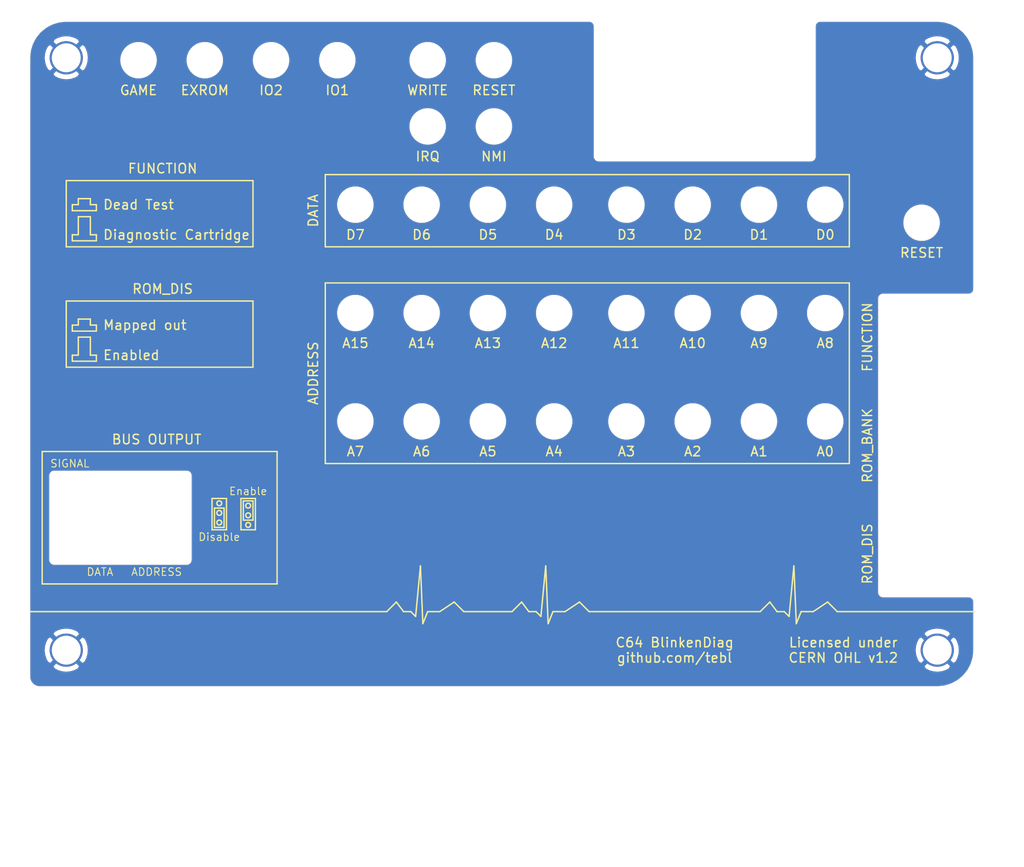
<source format=kicad_pcb>
(kicad_pcb (version 20171130) (host pcbnew "(5.1.8)-1")

  (general
    (thickness 1.6)
    (drawings 233)
    (tracks 0)
    (zones 0)
    (modules 4)
    (nets 2)
  )

  (page A4)
  (layers
    (0 F.Cu signal)
    (31 B.Cu signal)
    (32 B.Adhes user)
    (33 F.Adhes user)
    (34 B.Paste user)
    (35 F.Paste user)
    (36 B.SilkS user)
    (37 F.SilkS user)
    (38 B.Mask user)
    (39 F.Mask user)
    (40 Dwgs.User user)
    (41 Cmts.User user)
    (42 Eco1.User user)
    (43 Eco2.User user)
    (44 Edge.Cuts user)
    (45 Margin user)
    (46 B.CrtYd user)
    (47 F.CrtYd user)
    (48 B.Fab user)
    (49 F.Fab user)
  )

  (setup
    (last_trace_width 0.25)
    (user_trace_width 0.3048)
    (user_trace_width 0.508)
    (trace_clearance 0.2)
    (zone_clearance 0.000003)
    (zone_45_only yes)
    (trace_min 0.2)
    (via_size 0.6)
    (via_drill 0.4)
    (via_min_size 0.4)
    (via_min_drill 0.3)
    (uvia_size 0.3)
    (uvia_drill 0.1)
    (uvias_allowed no)
    (uvia_min_size 0.2)
    (uvia_min_drill 0.1)
    (edge_width 0.0254)
    (segment_width 0.2)
    (pcb_text_width 0.3)
    (pcb_text_size 1.5 1.5)
    (mod_edge_width 0.15)
    (mod_text_size 1 1)
    (mod_text_width 0.15)
    (pad_size 4.826 4.826)
    (pad_drill 4.826)
    (pad_to_mask_clearance 0)
    (aux_axis_origin 124.079 24.511)
    (grid_origin 124.079 86.995)
    (visible_elements 7FFFEF7F)
    (pcbplotparams
      (layerselection 0x010f0_ffffffff)
      (usegerberextensions true)
      (usegerberattributes true)
      (usegerberadvancedattributes true)
      (creategerberjobfile true)
      (excludeedgelayer true)
      (linewidth 0.100000)
      (plotframeref false)
      (viasonmask false)
      (mode 1)
      (useauxorigin false)
      (hpglpennumber 1)
      (hpglpenspeed 20)
      (hpglpendiameter 15.000000)
      (psnegative false)
      (psa4output false)
      (plotreference true)
      (plotvalue true)
      (plotinvisibletext false)
      (padsonsilk false)
      (subtractmaskfromsilk false)
      (outputformat 1)
      (mirror false)
      (drillshape 0)
      (scaleselection 1)
      (outputdirectory "export/"))
  )

  (net 0 "")
  (net 1 "Net-(M1-Pad1)")

  (net_class Default "This is the default net class."
    (clearance 0.2)
    (trace_width 0.25)
    (via_dia 0.6)
    (via_drill 0.4)
    (uvia_dia 0.3)
    (uvia_drill 0.1)
    (add_net "Net-(M1-Pad1)")
  )

  (net_class PWR ""
    (clearance 0.2)
    (trace_width 0.381)
    (via_dia 0.6)
    (via_drill 0.4)
    (uvia_dia 0.3)
    (uvia_drill 0.1)
  )

  (module mounting:M3_pin (layer F.Cu) (tedit 5F76331A) (tstamp 602DB488)
    (at 124.079 86.995)
    (descr "module 1 pin (ou trou mecanique de percage)")
    (tags DEV)
    (path /60580700)
    (fp_text reference M1 (at 0 -3.048) (layer F.Fab) hide
      (effects (font (size 1 1) (thickness 0.15)))
    )
    (fp_text value Mounting (at 0 3) (layer F.Fab) hide
      (effects (font (size 1 1) (thickness 0.15)))
    )
    (fp_circle (center 0 0) (end 2.6 0) (layer F.CrtYd) (width 0.05))
    (fp_circle (center 0 0) (end 2 0.8) (layer F.Fab) (width 0.1))
    (pad 1 thru_hole circle (at 0 0) (size 3.5 3.5) (drill 3.048) (layers *.Cu *.Mask)
      (net 1 "Net-(M1-Pad1)") (solder_mask_margin 0.8))
  )

  (module mounting:M3_pin (layer F.Cu) (tedit 5F76331A) (tstamp 602DB4C4)
    (at 215.9 86.995)
    (descr "module 1 pin (ou trou mecanique de percage)")
    (tags DEV)
    (path /60580BA0)
    (fp_text reference M2 (at 0 -3.048) (layer F.Fab) hide
      (effects (font (size 1 1) (thickness 0.15)))
    )
    (fp_text value Mounting (at 0 3) (layer F.Fab) hide
      (effects (font (size 1 1) (thickness 0.15)))
    )
    (fp_circle (center 0 0) (end 2.6 0) (layer F.CrtYd) (width 0.05))
    (fp_circle (center 0 0) (end 2 0.8) (layer F.Fab) (width 0.1))
    (pad 1 thru_hole circle (at 0 0) (size 3.5 3.5) (drill 3.048) (layers *.Cu *.Mask)
      (net 1 "Net-(M1-Pad1)") (solder_mask_margin 0.8))
  )

  (module mounting:M3_pin (layer F.Cu) (tedit 5F76331A) (tstamp 602DB4CA)
    (at 215.9 24.511)
    (descr "module 1 pin (ou trou mecanique de percage)")
    (tags DEV)
    (path /6058141F)
    (fp_text reference M3 (at 0 -3.048) (layer F.Fab) hide
      (effects (font (size 1 1) (thickness 0.15)))
    )
    (fp_text value Mounting (at 0 3) (layer F.Fab) hide
      (effects (font (size 1 1) (thickness 0.15)))
    )
    (fp_circle (center 0 0) (end 2 0.8) (layer F.Fab) (width 0.1))
    (fp_circle (center 0 0) (end 2.6 0) (layer F.CrtYd) (width 0.05))
    (pad 1 thru_hole circle (at 0 0) (size 3.5 3.5) (drill 3.048) (layers *.Cu *.Mask)
      (net 1 "Net-(M1-Pad1)") (solder_mask_margin 0.8))
  )

  (module mounting:M3_pin (layer F.Cu) (tedit 5F76331A) (tstamp 602DB4D0)
    (at 124.079 24.511)
    (descr "module 1 pin (ou trou mecanique de percage)")
    (tags DEV)
    (path /60581816)
    (fp_text reference M4 (at 0 -3.048) (layer F.Fab) hide
      (effects (font (size 1 1) (thickness 0.15)))
    )
    (fp_text value Mounting (at 0 3) (layer F.Fab) hide
      (effects (font (size 1 1) (thickness 0.15)))
    )
    (fp_circle (center 0 0) (end 2.6 0) (layer F.CrtYd) (width 0.05))
    (fp_circle (center 0 0) (end 2 0.8) (layer F.Fab) (width 0.1))
    (pad 1 thru_hole circle (at 0 0) (size 3.5 3.5) (drill 3.048) (layers *.Cu *.Mask)
      (net 1 "Net-(M1-Pad1)") (solder_mask_margin 0.8))
  )

  (gr_line (start 210.439 82.931) (end 219.837 82.931) (layer F.SilkS) (width 0.15))
  (gr_line (start 184.277 82.931) (end 197.231 82.931) (layer F.SilkS) (width 0.15) (tstamp 604AB4F8))
  (gr_line (start 200.787 78.105) (end 201.041 84.201) (layer F.SilkS) (width 0.15) (tstamp 604AB4DF))
  (gr_line (start 200.279 83.439) (end 200.787 78.105) (layer F.SilkS) (width 0.15) (tstamp 604AB4DE))
  (gr_line (start 198.247 81.915) (end 199.009 82.931) (layer F.SilkS) (width 0.15) (tstamp 604AB4DD))
  (gr_line (start 202.819 82.931) (end 204.343 81.915) (layer F.SilkS) (width 0.15) (tstamp 604AB4DC))
  (gr_line (start 201.549 82.931) (end 202.057 82.931) (layer F.SilkS) (width 0.15) (tstamp 604AB4DB))
  (gr_line (start 205.359 82.931) (end 210.439 82.931) (layer F.SilkS) (width 0.15) (tstamp 604AB4DA))
  (gr_line (start 202.057 82.931) (end 202.819 82.931) (layer F.SilkS) (width 0.15) (tstamp 604AB4D9))
  (gr_line (start 197.231 82.931) (end 198.247 81.915) (layer F.SilkS) (width 0.15) (tstamp 604AB4D8))
  (gr_line (start 199.771 82.931) (end 200.279 83.439) (layer F.SilkS) (width 0.15) (tstamp 604AB4D7))
  (gr_line (start 204.343 81.915) (end 205.359 82.931) (layer F.SilkS) (width 0.15) (tstamp 604AB4D6))
  (gr_line (start 201.041 84.201) (end 201.549 82.931) (layer F.SilkS) (width 0.15) (tstamp 604AB4D5))
  (gr_line (start 199.009 82.931) (end 199.771 82.931) (layer F.SilkS) (width 0.15) (tstamp 604AB4D4))
  (gr_line (start 174.625 78.105) (end 174.879 84.201) (layer F.SilkS) (width 0.15) (tstamp 604AB4DF))
  (gr_line (start 174.117 83.439) (end 174.625 78.105) (layer F.SilkS) (width 0.15) (tstamp 604AB4DE))
  (gr_line (start 172.085 81.915) (end 172.847 82.931) (layer F.SilkS) (width 0.15) (tstamp 604AB4DD))
  (gr_line (start 176.657 82.931) (end 178.181 81.915) (layer F.SilkS) (width 0.15) (tstamp 604AB4DC))
  (gr_line (start 175.387 82.931) (end 175.895 82.931) (layer F.SilkS) (width 0.15) (tstamp 604AB4DB))
  (gr_line (start 179.197 82.931) (end 184.277 82.931) (layer F.SilkS) (width 0.15) (tstamp 604AB4DA))
  (gr_line (start 175.895 82.931) (end 176.657 82.931) (layer F.SilkS) (width 0.15) (tstamp 604AB4D9))
  (gr_line (start 171.069 82.931) (end 172.085 81.915) (layer F.SilkS) (width 0.15) (tstamp 604AB4D8))
  (gr_line (start 173.609 82.931) (end 174.117 83.439) (layer F.SilkS) (width 0.15) (tstamp 604AB4D7))
  (gr_line (start 178.181 81.915) (end 179.197 82.931) (layer F.SilkS) (width 0.15) (tstamp 604AB4D6))
  (gr_line (start 174.879 84.201) (end 175.387 82.931) (layer F.SilkS) (width 0.15) (tstamp 604AB4D5))
  (gr_line (start 172.847 82.931) (end 173.609 82.931) (layer F.SilkS) (width 0.15) (tstamp 604AB4D4))
  (gr_line (start 162.179 82.931) (end 162.687 82.931) (layer F.SilkS) (width 0.15) (tstamp 604AB4D3))
  (gr_line (start 161.671 84.201) (end 162.179 82.931) (layer F.SilkS) (width 0.15))
  (gr_line (start 165.989 82.931) (end 171.069 82.931) (layer F.SilkS) (width 0.15))
  (gr_line (start 164.973 81.915) (end 165.989 82.931) (layer F.SilkS) (width 0.15))
  (gr_line (start 163.449 82.931) (end 164.973 81.915) (layer F.SilkS) (width 0.15))
  (gr_line (start 162.687 82.931) (end 163.449 82.931) (layer F.SilkS) (width 0.15))
  (gr_line (start 161.417 78.105) (end 161.671 84.201) (layer F.SilkS) (width 0.15))
  (gr_line (start 160.909 83.439) (end 161.417 78.105) (layer F.SilkS) (width 0.15))
  (gr_line (start 160.401 82.931) (end 160.909 83.439) (layer F.SilkS) (width 0.15))
  (gr_line (start 159.639 82.931) (end 160.401 82.931) (layer F.SilkS) (width 0.15))
  (gr_line (start 158.877 81.915) (end 159.639 82.931) (layer F.SilkS) (width 0.15))
  (gr_line (start 157.861 82.931) (end 158.877 81.915) (layer F.SilkS) (width 0.15))
  (gr_line (start 120.269 82.931) (end 157.861 82.931) (layer F.SilkS) (width 0.15))
  (gr_text DATA (at 150.114 40.64 90) (layer F.SilkS) (tstamp 60467661)
    (effects (font (size 1 1) (thickness 0.15)))
  )
  (gr_text ADDRESS (at 150.114 57.785 90) (layer F.SilkS) (tstamp 6046764C)
    (effects (font (size 1 1) (thickness 0.15)))
  )
  (gr_line (start 151.384 36.83) (end 206.629 36.83) (layer F.SilkS) (width 0.15) (tstamp 60467642))
  (gr_line (start 151.384 44.45) (end 151.384 36.83) (layer F.SilkS) (width 0.15))
  (gr_line (start 206.629 44.45) (end 151.384 44.45) (layer F.SilkS) (width 0.15))
  (gr_line (start 206.629 36.83) (end 206.629 44.45) (layer F.SilkS) (width 0.15))
  (gr_line (start 151.384 67.31) (end 206.629 67.31) (layer F.SilkS) (width 0.15) (tstamp 60467617))
  (gr_line (start 151.384 48.26) (end 151.384 67.31) (layer F.SilkS) (width 0.15))
  (gr_line (start 206.629 48.26) (end 151.384 48.26) (layer F.SilkS) (width 0.15))
  (gr_line (start 206.629 67.31) (end 206.629 48.26) (layer F.SilkS) (width 0.15))
  (gr_line (start 121.539 66.04) (end 121.539 80.01) (layer F.SilkS) (width 0.15) (tstamp 604674AE))
  (gr_line (start 121.539 66.04) (end 146.304 66.04) (layer F.SilkS) (width 0.15) (tstamp 604674AD))
  (gr_line (start 146.304 80.01) (end 146.304 66.04) (layer F.SilkS) (width 0.15) (tstamp 604674AC))
  (gr_line (start 121.539 80.01) (end 146.304 80.01) (layer F.SilkS) (width 0.15) (tstamp 604674AB))
  (gr_text "BUS OUTPUT" (at 133.604 64.77) (layer F.SilkS) (tstamp 604673D7)
    (effects (font (size 1 1) (thickness 0.15)))
  )
  (gr_text SIGNAL (at 124.46 67.31) (layer F.SilkS) (tstamp 604674C3)
    (effects (font (size 0.8 0.8) (thickness 0.1)))
  )
  (gr_text Enable (at 143.256 70.231) (layer F.SilkS) (tstamp 60467371)
    (effects (font (size 0.8 0.8) (thickness 0.1)))
  )
  (gr_line (start 144.018 74.295) (end 144.018 70.993) (layer F.SilkS) (width 0.15) (tstamp 60467370))
  (gr_line (start 142.748 71.247) (end 143.764 71.247) (layer F.SilkS) (width 0.15) (tstamp 6046736F))
  (gr_circle (center 143.256 73.787) (end 143.256 74.041) (layer F.SilkS) (width 0.15) (tstamp 6046736E))
  (gr_circle (center 143.256 72.771) (end 143.256 73.025) (layer F.SilkS) (width 0.15) (tstamp 6046736D))
  (gr_line (start 142.494 70.993) (end 142.494 74.295) (layer F.SilkS) (width 0.15) (tstamp 6046736C))
  (gr_line (start 143.764 71.247) (end 143.764 73.279) (layer F.SilkS) (width 0.15) (tstamp 6046736B))
  (gr_circle (center 143.256 71.755) (end 143.256 72.009) (layer F.SilkS) (width 0.15) (tstamp 6046736A))
  (gr_line (start 142.494 74.295) (end 144.018 74.295) (layer F.SilkS) (width 0.15) (tstamp 60467369))
  (gr_line (start 144.018 70.993) (end 142.494 70.993) (layer F.SilkS) (width 0.15) (tstamp 60467368))
  (gr_line (start 142.748 73.279) (end 142.748 71.247) (layer F.SilkS) (width 0.15) (tstamp 60467367))
  (gr_line (start 143.764 73.279) (end 142.748 73.279) (layer F.SilkS) (width 0.15) (tstamp 60467366))
  (gr_text Disable (at 140.208 75.057) (layer F.SilkS) (tstamp 60467362)
    (effects (font (size 0.8 0.8) (thickness 0.1)))
  )
  (gr_line (start 140.97 70.993) (end 139.446 70.993) (layer F.SilkS) (width 0.15) (tstamp 60467360))
  (gr_line (start 140.97 74.295) (end 140.97 70.993) (layer F.SilkS) (width 0.15))
  (gr_line (start 139.446 74.295) (end 140.97 74.295) (layer F.SilkS) (width 0.15))
  (gr_line (start 139.446 70.993) (end 139.446 74.295) (layer F.SilkS) (width 0.15))
  (gr_line (start 139.7 74.041) (end 139.7 72.009) (layer F.SilkS) (width 0.15) (tstamp 6046735F))
  (gr_line (start 140.716 74.041) (end 139.7 74.041) (layer F.SilkS) (width 0.15))
  (gr_line (start 140.716 72.009) (end 140.716 74.041) (layer F.SilkS) (width 0.15))
  (gr_line (start 139.7 72.009) (end 140.716 72.009) (layer F.SilkS) (width 0.15))
  (gr_circle (center 140.208 71.501) (end 140.208 71.247) (layer F.SilkS) (width 0.15))
  (gr_circle (center 140.208 72.517) (end 140.208 72.263) (layer F.SilkS) (width 0.15))
  (gr_circle (center 140.208 73.533) (end 140.208 73.279) (layer F.SilkS) (width 0.15))
  (gr_text Enabled (at 127.889 55.88) (layer F.SilkS) (tstamp 60467334)
    (effects (font (size 1 1) (thickness 0.15)) (justify left))
  )
  (gr_line (start 143.764 57.15) (end 124.079 57.15) (layer F.SilkS) (width 0.15) (tstamp 60467338))
  (gr_line (start 143.764 50.165) (end 143.764 57.15) (layer F.SilkS) (width 0.15) (tstamp 60467337))
  (gr_line (start 124.079 50.165) (end 143.764 50.165) (layer F.SilkS) (width 0.15) (tstamp 60467336))
  (gr_line (start 124.079 57.15) (end 124.079 50.165) (layer F.SilkS) (width 0.15) (tstamp 60467335))
  (gr_text "Mapped out" (at 127.889 52.705) (layer F.SilkS) (tstamp 60467333)
    (effects (font (size 1 1) (thickness 0.15)) (justify left))
  )
  (gr_text ROM_DIS (at 134.239 48.895) (layer F.SilkS) (tstamp 60467332)
    (effects (font (size 1 1) (thickness 0.15)))
  )
  (gr_line (start 125.349 55.88) (end 124.714 55.88) (layer F.SilkS) (width 0.15) (tstamp 60467331))
  (gr_line (start 126.619 55.88) (end 126.619 53.975) (layer F.SilkS) (width 0.15) (tstamp 60467330))
  (gr_line (start 127.254 55.88) (end 126.619 55.88) (layer F.SilkS) (width 0.15) (tstamp 6046732F))
  (gr_line (start 124.714 55.88) (end 124.714 56.515) (layer F.SilkS) (width 0.15) (tstamp 6046732E))
  (gr_line (start 127.254 53.34) (end 124.714 53.34) (layer F.SilkS) (width 0.15) (tstamp 6046732D))
  (gr_line (start 124.714 56.515) (end 127.254 56.515) (layer F.SilkS) (width 0.15) (tstamp 6046732C))
  (gr_line (start 125.349 52.705) (end 125.349 52.07) (layer F.SilkS) (width 0.15) (tstamp 6046732B))
  (gr_line (start 127.254 56.515) (end 127.254 55.88) (layer F.SilkS) (width 0.15) (tstamp 6046732A))
  (gr_line (start 125.349 53.975) (end 125.349 55.88) (layer F.SilkS) (width 0.15) (tstamp 60467329))
  (gr_line (start 124.714 53.34) (end 124.714 52.705) (layer F.SilkS) (width 0.15) (tstamp 60467328))
  (gr_line (start 126.619 52.705) (end 127.254 52.705) (layer F.SilkS) (width 0.15) (tstamp 60467327))
  (gr_line (start 126.619 53.975) (end 125.349 53.975) (layer F.SilkS) (width 0.15) (tstamp 60467326))
  (gr_line (start 126.619 52.07) (end 126.619 52.705) (layer F.SilkS) (width 0.15) (tstamp 60467325))
  (gr_line (start 127.254 52.705) (end 127.254 53.34) (layer F.SilkS) (width 0.15) (tstamp 60467324))
  (gr_line (start 125.349 52.07) (end 126.619 52.07) (layer F.SilkS) (width 0.15) (tstamp 60467323))
  (gr_line (start 124.714 52.705) (end 125.349 52.705) (layer F.SilkS) (width 0.15) (tstamp 60467322))
  (gr_text FUNCTION (at 134.239 36.195) (layer F.SilkS) (tstamp 604672E0)
    (effects (font (size 1 1) (thickness 0.15)))
  )
  (gr_line (start 124.079 44.45) (end 124.079 37.465) (layer F.SilkS) (width 0.15) (tstamp 604672DD))
  (gr_line (start 143.764 44.45) (end 124.079 44.45) (layer F.SilkS) (width 0.15))
  (gr_line (start 143.764 37.465) (end 143.764 44.45) (layer F.SilkS) (width 0.15))
  (gr_line (start 124.079 37.465) (end 143.764 37.465) (layer F.SilkS) (width 0.15))
  (gr_text "Diagnostic Cartridge" (at 127.889 43.18) (layer F.SilkS) (tstamp 604672C7)
    (effects (font (size 1 1) (thickness 0.15)) (justify left))
  )
  (gr_text "Dead Test" (at 127.889 40.005) (layer F.SilkS) (tstamp 604672C2)
    (effects (font (size 1 1) (thickness 0.15)) (justify left))
  )
  (gr_line (start 125.349 43.18) (end 124.714 43.18) (layer F.SilkS) (width 0.15) (tstamp 604672C0))
  (gr_line (start 125.349 41.275) (end 125.349 43.18) (layer F.SilkS) (width 0.15))
  (gr_line (start 126.619 41.275) (end 125.349 41.275) (layer F.SilkS) (width 0.15))
  (gr_line (start 126.619 43.18) (end 126.619 41.275) (layer F.SilkS) (width 0.15))
  (gr_line (start 127.254 43.18) (end 126.619 43.18) (layer F.SilkS) (width 0.15))
  (gr_line (start 127.254 43.815) (end 127.254 43.18) (layer F.SilkS) (width 0.15))
  (gr_line (start 124.714 43.815) (end 127.254 43.815) (layer F.SilkS) (width 0.15))
  (gr_line (start 124.714 43.18) (end 124.714 43.815) (layer F.SilkS) (width 0.15))
  (gr_line (start 127.254 40.64) (end 124.714 40.64) (layer F.SilkS) (width 0.15) (tstamp 604672BB))
  (gr_line (start 127.254 40.005) (end 127.254 40.64) (layer F.SilkS) (width 0.15))
  (gr_line (start 126.619 40.005) (end 127.254 40.005) (layer F.SilkS) (width 0.15))
  (gr_line (start 126.619 39.37) (end 126.619 40.005) (layer F.SilkS) (width 0.15))
  (gr_line (start 125.349 39.37) (end 126.619 39.37) (layer F.SilkS) (width 0.15))
  (gr_line (start 125.349 40.005) (end 125.349 39.37) (layer F.SilkS) (width 0.15))
  (gr_line (start 124.714 40.005) (end 125.349 40.005) (layer F.SilkS) (width 0.15))
  (gr_line (start 124.714 40.64) (end 124.714 40.005) (layer F.SilkS) (width 0.15))
  (gr_line (start 137.287 77.47) (end 137.287 68.58) (layer Edge.Cuts) (width 0.0254) (tstamp 60467292))
  (gr_line (start 122.809 77.978) (end 136.779 77.978) (layer Edge.Cuts) (width 0.0254) (tstamp 60467291))
  (gr_line (start 122.301 68.58) (end 122.301 77.47) (layer Edge.Cuts) (width 0.0254) (tstamp 60467290))
  (gr_line (start 122.809 68.072) (end 136.779 68.072) (layer Edge.Cuts) (width 0.0254) (tstamp 60467280))
  (gr_arc (start 122.809 77.47) (end 122.301 77.47) (angle -90) (layer Edge.Cuts) (width 0.0254) (tstamp 60467268))
  (gr_arc (start 136.779 77.47) (end 136.779 77.978) (angle -90) (layer Edge.Cuts) (width 0.0254) (tstamp 60467268))
  (gr_arc (start 136.779 68.58) (end 137.287 68.58) (angle -90) (layer Edge.Cuts) (width 0.0254) (tstamp 60467268))
  (gr_arc (start 122.809 68.58) (end 122.809 68.072) (angle -90) (layer Edge.Cuts) (width 0.0254) (tstamp 60467268))
  (gr_text ROM_DIS (at 208.534 76.835 90) (layer F.SilkS) (tstamp 6046725A)
    (effects (font (size 1 1) (thickness 0.15)))
  )
  (gr_text ROM_BANK (at 208.534 65.405 90) (layer F.SilkS) (tstamp 6046725A)
    (effects (font (size 1 1) (thickness 0.15)))
  )
  (gr_text FUNCTION (at 208.534 53.975 90) (layer F.SilkS) (tstamp 60467254)
    (effects (font (size 1 1) (thickness 0.15)))
  )
  (gr_line (start 219.71 81.915) (end 219.71 86.995) (layer Edge.Cuts) (width 0.0254) (tstamp 60467251))
  (gr_line (start 210.185 81.407) (end 219.202 81.407) (layer Edge.Cuts) (width 0.0254) (tstamp 60467250))
  (gr_line (start 209.677 72.771) (end 209.677 80.899) (layer Edge.Cuts) (width 0.0254) (tstamp 6046724F))
  (gr_line (start 209.677 61.341) (end 209.677 72.771) (layer Edge.Cuts) (width 0.0254) (tstamp 6046724B))
  (gr_line (start 209.677 49.911) (end 209.677 61.341) (layer Edge.Cuts) (width 0.0254) (tstamp 60467240))
  (gr_line (start 219.202 49.403) (end 210.185 49.403) (layer Edge.Cuts) (width 0.0254) (tstamp 6046723F))
  (gr_arc (start 219.202 48.895) (end 219.202 49.403) (angle -90) (layer Edge.Cuts) (width 0.0254) (tstamp 60467234))
  (gr_arc (start 219.202 81.915) (end 219.71 81.915) (angle -90) (layer Edge.Cuts) (width 0.0254) (tstamp 60467204))
  (gr_arc (start 210.185 80.899) (end 209.677 80.899) (angle -90) (layer Edge.Cuts) (width 0.0254) (tstamp 60467204))
  (gr_arc (start 210.185 49.911) (end 210.185 49.403) (angle -90) (layer Edge.Cuts) (width 0.0254) (tstamp 60467204))
  (gr_line (start 179.705 34.925) (end 179.705 21.209) (layer Edge.Cuts) (width 0.0254) (tstamp 604671F5))
  (gr_line (start 203.073 34.925) (end 203.073 21.209) (layer Edge.Cuts) (width 0.0254) (tstamp 604671F4))
  (gr_line (start 202.565 35.433) (end 180.213 35.433) (layer Edge.Cuts) (width 0.0254) (tstamp 604671F3))
  (gr_line (start 203.581 20.701) (end 215.9 20.701) (layer Edge.Cuts) (width 0.0254) (tstamp 604671F2))
  (gr_arc (start 203.581 21.209) (end 203.581 20.701) (angle -90) (layer Edge.Cuts) (width 0.0254) (tstamp 604671E5))
  (gr_arc (start 202.565 34.925) (end 202.565 35.433) (angle -90) (layer Edge.Cuts) (width 0.0254) (tstamp 604671E5))
  (gr_arc (start 179.197 21.209) (end 179.705 21.209) (angle -90) (layer Edge.Cuts) (width 0.0254) (tstamp 604671E5))
  (gr_arc (start 180.213 34.925) (end 179.705 34.925) (angle -90) (layer Edge.Cuts) (width 0.0254))
  (gr_text RESET (at 169.164 27.94) (layer F.SilkS) (tstamp 60467168)
    (effects (font (size 1 1) (thickness 0.15)))
  )
  (gr_text WRITE (at 162.179 27.94) (layer F.SilkS) (tstamp 60467168)
    (effects (font (size 1 1) (thickness 0.15)))
  )
  (gr_text NMI (at 169.164 34.925) (layer F.SilkS) (tstamp 60467129)
    (effects (font (size 1 1) (thickness 0.15)))
  )
  (gr_text IRQ (at 162.179 34.925) (layer F.SilkS) (tstamp 60467129)
    (effects (font (size 1 1) (thickness 0.15)))
  )
  (gr_text RESET (at 214.249 45.085) (layer F.SilkS) (tstamp 60467104)
    (effects (font (size 1 1) (thickness 0.15)))
  )
  (gr_text A0 (at 204.089 66.04) (layer F.SilkS) (tstamp 60466FA9)
    (effects (font (size 1 1) (thickness 0.15)))
  )
  (gr_text A2 (at 190.119 66.04) (layer F.SilkS) (tstamp 60466FA8)
    (effects (font (size 1 1) (thickness 0.15)))
  )
  (gr_text A3 (at 183.134 66.04) (layer F.SilkS) (tstamp 60466FA7)
    (effects (font (size 1 1) (thickness 0.15)))
  )
  (gr_text A1 (at 197.104 66.04) (layer F.SilkS) (tstamp 60466FA6)
    (effects (font (size 1 1) (thickness 0.15)))
  )
  (gr_text A4 (at 175.514 66.04) (layer F.SilkS) (tstamp 60466FA9)
    (effects (font (size 1 1) (thickness 0.15)))
  )
  (gr_text A6 (at 161.544 66.04) (layer F.SilkS) (tstamp 60466FA8)
    (effects (font (size 1 1) (thickness 0.15)))
  )
  (gr_text A7 (at 154.559 66.04) (layer F.SilkS) (tstamp 60466FA7)
    (effects (font (size 1 1) (thickness 0.15)))
  )
  (gr_text A5 (at 168.529 66.04) (layer F.SilkS) (tstamp 60466FA6)
    (effects (font (size 1 1) (thickness 0.15)))
  )
  (gr_text A8 (at 204.089 54.61) (layer F.SilkS) (tstamp 60466F66)
    (effects (font (size 1 1) (thickness 0.15)))
  )
  (gr_text A9 (at 197.104 54.61) (layer F.SilkS) (tstamp 60466F66)
    (effects (font (size 1 1) (thickness 0.15)))
  )
  (gr_text A10 (at 190.119 54.61) (layer F.SilkS) (tstamp 60466F66)
    (effects (font (size 1 1) (thickness 0.15)))
  )
  (gr_text A11 (at 183.134 54.61) (layer F.SilkS) (tstamp 60466F66)
    (effects (font (size 1 1) (thickness 0.15)))
  )
  (gr_text A12 (at 175.514 54.61) (layer F.SilkS) (tstamp 60466F66)
    (effects (font (size 1 1) (thickness 0.15)))
  )
  (gr_text A13 (at 168.529 54.61) (layer F.SilkS) (tstamp 60466F66)
    (effects (font (size 1 1) (thickness 0.15)))
  )
  (gr_text A14 (at 161.544 54.61) (layer F.SilkS) (tstamp 60466F66)
    (effects (font (size 1 1) (thickness 0.15)))
  )
  (gr_text A15 (at 154.559 54.61) (layer F.SilkS) (tstamp 60466F51)
    (effects (font (size 1 1) (thickness 0.15)))
  )
  (gr_text D0 (at 204.089 43.18) (layer F.SilkS) (tstamp 60466EA8)
    (effects (font (size 1 1) (thickness 0.15)))
  )
  (gr_text D1 (at 197.104 43.18) (layer F.SilkS) (tstamp 60466EA8)
    (effects (font (size 1 1) (thickness 0.15)))
  )
  (gr_text D2 (at 190.119 43.18) (layer F.SilkS) (tstamp 60466EA8)
    (effects (font (size 1 1) (thickness 0.15)))
  )
  (gr_text D3 (at 183.134 43.18) (layer F.SilkS) (tstamp 60466EA8)
    (effects (font (size 1 1) (thickness 0.15)))
  )
  (gr_text D4 (at 175.514 43.18) (layer F.SilkS) (tstamp 60466EA8)
    (effects (font (size 1 1) (thickness 0.15)))
  )
  (gr_text D5 (at 168.529 43.18) (layer F.SilkS) (tstamp 60466EA8)
    (effects (font (size 1 1) (thickness 0.15)))
  )
  (gr_text D6 (at 161.544 43.18) (layer F.SilkS) (tstamp 60466EA8)
    (effects (font (size 1 1) (thickness 0.15)))
  )
  (gr_text D7 (at 154.559 43.18) (layer F.SilkS) (tstamp 60466EA5)
    (effects (font (size 1 1) (thickness 0.15)))
  )
  (gr_text IO1 (at 152.654 27.94) (layer F.SilkS) (tstamp 60466E0A)
    (effects (font (size 1 1) (thickness 0.15)))
  )
  (gr_text IO2 (at 145.669 27.94) (layer F.SilkS) (tstamp 60466E0A)
    (effects (font (size 1 1) (thickness 0.15)))
  )
  (gr_text EXROM (at 138.684 27.94) (layer F.SilkS) (tstamp 60466E0A)
    (effects (font (size 1 1) (thickness 0.15)))
  )
  (gr_text GAME (at 131.699 27.94) (layer F.SilkS)
    (effects (font (size 1 1) (thickness 0.15)))
  )
  (gr_circle (center 214.249 41.91) (end 216.149 41.91) (layer Edge.Cuts) (width 0.0254) (tstamp 60466DD5))
  (gr_circle (center 131.699 24.765) (end 133.599 24.765) (layer Edge.Cuts) (width 0.0254) (tstamp 60466DD5))
  (gr_circle (center 138.684 24.765) (end 140.584 24.765) (layer Edge.Cuts) (width 0.0254) (tstamp 60466DD5))
  (gr_circle (center 145.669 24.765) (end 147.569 24.765) (layer Edge.Cuts) (width 0.0254) (tstamp 60466DD5))
  (gr_circle (center 152.654 24.765) (end 154.554 24.765) (layer Edge.Cuts) (width 0.0254) (tstamp 60466DD5))
  (gr_circle (center 162.179 24.765) (end 164.079 24.765) (layer Edge.Cuts) (width 0.0254) (tstamp 60466DD5))
  (gr_circle (center 169.164 24.765) (end 171.064 24.765) (layer Edge.Cuts) (width 0.0254) (tstamp 60466DD5))
  (gr_circle (center 169.164 31.75) (end 171.064 31.75) (layer Edge.Cuts) (width 0.0254) (tstamp 60466DD5))
  (gr_circle (center 162.179 31.75) (end 164.079 31.75) (layer Edge.Cuts) (width 0.0254) (tstamp 60466DD5))
  (gr_circle (center 154.559 62.865) (end 156.459 62.865) (layer Edge.Cuts) (width 0.0254) (tstamp 60466DD5))
  (gr_circle (center 161.544 62.865) (end 163.444 62.865) (layer Edge.Cuts) (width 0.0254) (tstamp 60466DD5))
  (gr_circle (center 168.529 62.865) (end 170.429 62.865) (layer Edge.Cuts) (width 0.0254) (tstamp 60466DD5))
  (gr_circle (center 175.514 62.865) (end 177.414 62.865) (layer Edge.Cuts) (width 0.0254) (tstamp 60466DD5))
  (gr_circle (center 183.134 62.865) (end 185.034 62.865) (layer Edge.Cuts) (width 0.0254) (tstamp 60466DD5))
  (gr_circle (center 190.119 62.865) (end 192.019 62.865) (layer Edge.Cuts) (width 0.0254) (tstamp 60466DD5))
  (gr_circle (center 197.104 62.865) (end 199.004 62.865) (layer Edge.Cuts) (width 0.0254) (tstamp 60466DD5))
  (gr_circle (center 204.089 62.865) (end 205.989 62.865) (layer Edge.Cuts) (width 0.0254) (tstamp 60466DD5))
  (gr_circle (center 154.559 51.435) (end 156.459 51.435) (layer Edge.Cuts) (width 0.0254) (tstamp 60466DD5))
  (gr_circle (center 161.544 51.435) (end 163.444 51.435) (layer Edge.Cuts) (width 0.0254) (tstamp 60466DD5))
  (gr_circle (center 168.529 51.435) (end 170.429 51.435) (layer Edge.Cuts) (width 0.0254) (tstamp 60466DD5))
  (gr_circle (center 175.514 51.435) (end 177.414 51.435) (layer Edge.Cuts) (width 0.0254) (tstamp 60466DD5))
  (gr_circle (center 183.134 51.435) (end 185.034 51.435) (layer Edge.Cuts) (width 0.0254) (tstamp 60466DD5))
  (gr_circle (center 190.119 51.435) (end 192.019 51.435) (layer Edge.Cuts) (width 0.0254) (tstamp 60466DD5))
  (gr_circle (center 197.104 51.435) (end 199.004 51.435) (layer Edge.Cuts) (width 0.0254) (tstamp 60466DD5))
  (gr_circle (center 204.089 51.435) (end 205.989 51.435) (layer Edge.Cuts) (width 0.0254) (tstamp 60466DD5))
  (gr_circle (center 204.089 40.005) (end 205.989 40.005) (layer Edge.Cuts) (width 0.0254) (tstamp 60466DD5))
  (gr_circle (center 197.104 40.005) (end 199.004 40.005) (layer Edge.Cuts) (width 0.0254) (tstamp 60466DD5))
  (gr_circle (center 190.119 40.005) (end 192.019 40.005) (layer Edge.Cuts) (width 0.0254) (tstamp 60466DD5))
  (gr_circle (center 183.134 40.005) (end 185.034 40.005) (layer Edge.Cuts) (width 0.0254) (tstamp 60466DD5))
  (gr_circle (center 175.514 40.005) (end 177.414 40.005) (layer Edge.Cuts) (width 0.0254) (tstamp 60466DD5))
  (gr_circle (center 168.529 40.005) (end 170.429 40.005) (layer Edge.Cuts) (width 0.0254) (tstamp 60466DD5))
  (gr_circle (center 161.544 40.005) (end 163.444 40.005) (layer Edge.Cuts) (width 0.0254) (tstamp 60466DD5))
  (gr_circle (center 154.559 40.005) (end 156.459 40.005) (layer Edge.Cuts) (width 0.0254))
  (gr_arc (start 121.285 89.789) (end 121.285 90.805) (angle 90) (layer Edge.Cuts) (width 0.0254))
  (gr_line (start 121.285 90.805) (end 178.689 90.805) (angle 90) (layer Edge.Cuts) (width 0.0254))
  (gr_line (start 120.269 24.511) (end 120.269 89.789) (angle 90) (layer Edge.Cuts) (width 0.0254))
  (gr_text ADDRESS (at 133.604 78.74) (layer F.SilkS) (tstamp 60304156)
    (effects (font (size 0.8 0.8) (thickness 0.1)))
  )
  (gr_text DATA (at 127.635 78.74) (layer F.SilkS) (tstamp 604673C9)
    (effects (font (size 0.8 0.8) (thickness 0.1)))
  )
  (gr_text "C64 BlinkenDiag\ngithub.com/tebl" (at 188.214 86.995) (layer F.SilkS) (tstamp 60302F81)
    (effects (font (size 1 1) (thickness 0.15)))
  )
  (gr_text "Licensed under\nCERN OHL v1.2" (at 205.994 86.995) (layer F.SilkS)
    (effects (font (size 1 1) (thickness 0.15)))
  )
  (gr_arc (start 124.079 24.511) (end 124.079 20.701) (angle -90) (layer Edge.Cuts) (width 0.0254) (tstamp 602D8E50))
  (gr_line (start 179.197 20.701) (end 124.079 20.701) (layer Edge.Cuts) (width 0.0254))
  (gr_arc (start 215.9 24.511) (end 219.71 24.511) (angle -90) (layer Edge.Cuts) (width 0.0254) (tstamp 602D8E0C))
  (gr_arc (start 215.9 86.995) (end 215.9 90.805) (angle -90) (layer Edge.Cuts) (width 0.0254))
  (gr_line (start 215.9 90.805) (end 178.689 90.805) (layer Edge.Cuts) (width 0.0254))
  (gr_line (start 219.71 48.895) (end 219.71 24.511) (angle 90) (layer Edge.Cuts) (width 0.0254) (tstamp 602D8DCC))

  (zone (net 1) (net_name "Net-(M1-Pad1)") (layer B.Cu) (tstamp 6030663A) (hatch edge 0.508)
    (connect_pads (clearance 0.000003))
    (min_thickness 0.254)
    (fill yes (arc_segments 32) (thermal_gap 0.508) (thermal_bridge_width 0.508))
    (polygon
      (pts
        (xy 225.044 109.855) (xy 117.094 109.855) (xy 117.094 18.415) (xy 225.044 18.415)
      )
    )
    (filled_polygon
      (pts
        (xy 179.268405 20.848374) (xy 179.337092 20.869113) (xy 179.400441 20.902796) (xy 179.456044 20.948144) (xy 179.501775 21.003424)
        (xy 179.535902 21.066541) (xy 179.557118 21.135076) (xy 179.565298 21.212903) (xy 179.565297 34.931853) (xy 179.565906 34.938038)
        (xy 179.565884 34.941208) (xy 179.566074 34.94315) (xy 179.576438 35.041751) (xy 179.578986 35.054163) (xy 179.581357 35.066592)
        (xy 179.581921 35.06846) (xy 179.611239 35.16317) (xy 179.616153 35.174859) (xy 179.620889 35.186581) (xy 179.621804 35.188304)
        (xy 179.668959 35.275516) (xy 179.676041 35.286015) (xy 179.682973 35.296608) (xy 179.684206 35.29812) (xy 179.747403 35.374512)
        (xy 179.756385 35.383431) (xy 179.765246 35.39248) (xy 179.766749 35.393724) (xy 179.84358 35.456386) (xy 179.854157 35.463413)
        (xy 179.864575 35.470546) (xy 179.866291 35.471475) (xy 179.95383 35.51802) (xy 179.965559 35.522854) (xy 179.977174 35.527832)
        (xy 179.979037 35.528409) (xy 180.073951 35.557066) (xy 180.086405 35.559532) (xy 180.098756 35.562157) (xy 180.100696 35.562361)
        (xy 180.199367 35.572036) (xy 180.199373 35.572036) (xy 180.206146 35.572703) (xy 202.571854 35.572703) (xy 202.578039 35.572094)
        (xy 202.581208 35.572116) (xy 202.58315 35.571926) (xy 202.681751 35.561562) (xy 202.694163 35.559014) (xy 202.706592 35.556643)
        (xy 202.70846 35.556079) (xy 202.80317 35.526761) (xy 202.814859 35.521847) (xy 202.826581 35.517111) (xy 202.828304 35.516196)
        (xy 202.915516 35.469041) (xy 202.926015 35.461959) (xy 202.936608 35.455027) (xy 202.93812 35.453794) (xy 203.014512 35.390597)
        (xy 203.023431 35.381615) (xy 203.03248 35.372754) (xy 203.033724 35.371251) (xy 203.096386 35.29442) (xy 203.103413 35.283843)
        (xy 203.110546 35.273425) (xy 203.111475 35.271709) (xy 203.15802 35.18417) (xy 203.162854 35.172441) (xy 203.167832 35.160826)
        (xy 203.168409 35.158963) (xy 203.197066 35.064049) (xy 203.199532 35.051595) (xy 203.202157 35.039244) (xy 203.202361 35.037304)
        (xy 203.212036 34.938633) (xy 203.212036 34.938627) (xy 203.212703 34.931854) (xy 203.212703 26.180609) (xy 214.409997 26.180609)
        (xy 214.596073 26.521766) (xy 215.013409 26.737513) (xy 215.464815 26.867696) (xy 215.932946 26.907313) (xy 216.399811 26.854842)
        (xy 216.847468 26.712297) (xy 217.203927 26.521766) (xy 217.390003 26.180609) (xy 215.9 24.690605) (xy 214.409997 26.180609)
        (xy 203.212703 26.180609) (xy 203.212703 24.543946) (xy 213.503687 24.543946) (xy 213.556158 25.010811) (xy 213.698703 25.458468)
        (xy 213.889234 25.814927) (xy 214.230391 26.001003) (xy 215.720395 24.511) (xy 216.079605 24.511) (xy 217.569609 26.001003)
        (xy 217.910766 25.814927) (xy 218.126513 25.397591) (xy 218.256696 24.946185) (xy 218.296313 24.478054) (xy 218.243842 24.011189)
        (xy 218.101297 23.563532) (xy 217.910766 23.207073) (xy 217.569609 23.020997) (xy 216.079605 24.511) (xy 215.720395 24.511)
        (xy 214.230391 23.020997) (xy 213.889234 23.207073) (xy 213.673487 23.624409) (xy 213.543304 24.075815) (xy 213.503687 24.543946)
        (xy 203.212703 24.543946) (xy 203.212703 22.841391) (xy 214.409997 22.841391) (xy 215.9 24.331395) (xy 217.390003 22.841391)
        (xy 217.203927 22.500234) (xy 216.786591 22.284487) (xy 216.335185 22.154304) (xy 215.867054 22.114687) (xy 215.400189 22.167158)
        (xy 214.952532 22.309703) (xy 214.596073 22.500234) (xy 214.409997 22.841391) (xy 203.212703 22.841391) (xy 203.212703 21.215831)
        (xy 203.220374 21.137595) (xy 203.241113 21.068908) (xy 203.274796 21.005559) (xy 203.320144 20.949956) (xy 203.375424 20.904225)
        (xy 203.438541 20.870098) (xy 203.507076 20.848882) (xy 203.584893 20.840703) (xy 215.89317 20.840703) (xy 216.612768 20.91126)
        (xy 217.298391 21.118263) (xy 217.930743 21.454491) (xy 218.485744 21.907138) (xy 218.942257 22.458969) (xy 219.282896 23.088966)
        (xy 219.494675 23.773116) (xy 219.57023 24.49197) (xy 219.570298 24.511488) (xy 219.570297 48.888169) (xy 219.562626 48.966406)
        (xy 219.541889 49.03509) (xy 219.508204 49.098441) (xy 219.462856 49.154044) (xy 219.407576 49.199775) (xy 219.344459 49.233902)
        (xy 219.275924 49.255118) (xy 219.198106 49.263297) (xy 210.178146 49.263297) (xy 210.171961 49.263906) (xy 210.168792 49.263884)
        (xy 210.16685 49.264074) (xy 210.068248 49.274438) (xy 210.05583 49.276987) (xy 210.043408 49.279357) (xy 210.04154 49.279921)
        (xy 209.94683 49.309239) (xy 209.935141 49.314153) (xy 209.923419 49.318889) (xy 209.921696 49.319804) (xy 209.834484 49.366959)
        (xy 209.823985 49.374041) (xy 209.813392 49.380973) (xy 209.81188 49.382206) (xy 209.735488 49.445403) (xy 209.726569 49.454385)
        (xy 209.71752 49.463246) (xy 209.716276 49.464749) (xy 209.653614 49.54158) (xy 209.646587 49.552157) (xy 209.639454 49.562575)
        (xy 209.638525 49.564291) (xy 209.59198 49.65183) (xy 209.587152 49.663545) (xy 209.582168 49.675173) (xy 209.581591 49.677037)
        (xy 209.552935 49.77195) (xy 209.550473 49.784382) (xy 209.547843 49.796756) (xy 209.547639 49.798696) (xy 209.537964 49.897367)
        (xy 209.537964 49.897374) (xy 209.537297 49.904147) (xy 209.537298 61.334137) (xy 209.537297 61.334147) (xy 209.537298 72.764137)
        (xy 209.537297 72.764147) (xy 209.537298 80.905854) (xy 209.537906 80.912029) (xy 209.537884 80.915208) (xy 209.538074 80.91715)
        (xy 209.548438 81.015751) (xy 209.550986 81.028163) (xy 209.553357 81.040592) (xy 209.553921 81.04246) (xy 209.583239 81.13717)
        (xy 209.588153 81.148859) (xy 209.592889 81.160581) (xy 209.593804 81.162304) (xy 209.640959 81.249516) (xy 209.648041 81.260015)
        (xy 209.654973 81.270608) (xy 209.656206 81.27212) (xy 209.719403 81.348512) (xy 209.728385 81.357431) (xy 209.737246 81.36648)
        (xy 209.738749 81.367724) (xy 209.81558 81.430386) (xy 209.826157 81.437413) (xy 209.836575 81.444546) (xy 209.838291 81.445475)
        (xy 209.92583 81.49202) (xy 209.937559 81.496854) (xy 209.949174 81.501832) (xy 209.951037 81.502409) (xy 210.045951 81.531066)
        (xy 210.058405 81.533532) (xy 210.070756 81.536157) (xy 210.072696 81.536361) (xy 210.171367 81.546036) (xy 210.171373 81.546036)
        (xy 210.178146 81.546703) (xy 219.195169 81.546703) (xy 219.273405 81.554374) (xy 219.342092 81.575113) (xy 219.405441 81.608796)
        (xy 219.461044 81.654144) (xy 219.506775 81.709424) (xy 219.540902 81.772541) (xy 219.562118 81.841076) (xy 219.570297 81.918893)
        (xy 219.570298 86.988159) (xy 219.49974 87.707768) (xy 219.292739 88.393386) (xy 218.956512 89.02574) (xy 218.503862 89.580744)
        (xy 217.952028 90.03726) (xy 217.322034 90.377896) (xy 216.637884 90.589675) (xy 215.919029 90.66523) (xy 215.899798 90.665297)
        (xy 121.291831 90.665297) (xy 121.114926 90.647951) (xy 120.951321 90.598556) (xy 120.800438 90.51833) (xy 120.668002 90.410318)
        (xy 120.559072 90.278644) (xy 120.477792 90.12832) (xy 120.427259 89.965072) (xy 120.408703 89.788531) (xy 120.408703 88.664609)
        (xy 122.588997 88.664609) (xy 122.775073 89.005766) (xy 123.192409 89.221513) (xy 123.643815 89.351696) (xy 124.111946 89.391313)
        (xy 124.578811 89.338842) (xy 125.026468 89.196297) (xy 125.382927 89.005766) (xy 125.569003 88.664609) (xy 214.409997 88.664609)
        (xy 214.596073 89.005766) (xy 215.013409 89.221513) (xy 215.464815 89.351696) (xy 215.932946 89.391313) (xy 216.399811 89.338842)
        (xy 216.847468 89.196297) (xy 217.203927 89.005766) (xy 217.390003 88.664609) (xy 215.9 87.174605) (xy 214.409997 88.664609)
        (xy 125.569003 88.664609) (xy 124.079 87.174605) (xy 122.588997 88.664609) (xy 120.408703 88.664609) (xy 120.408703 87.027946)
        (xy 121.682687 87.027946) (xy 121.735158 87.494811) (xy 121.877703 87.942468) (xy 122.068234 88.298927) (xy 122.409391 88.485003)
        (xy 123.899395 86.995) (xy 124.258605 86.995) (xy 125.748609 88.485003) (xy 126.089766 88.298927) (xy 126.305513 87.881591)
        (xy 126.435696 87.430185) (xy 126.469736 87.027946) (xy 213.503687 87.027946) (xy 213.556158 87.494811) (xy 213.698703 87.942468)
        (xy 213.889234 88.298927) (xy 214.230391 88.485003) (xy 215.720395 86.995) (xy 216.079605 86.995) (xy 217.569609 88.485003)
        (xy 217.910766 88.298927) (xy 218.126513 87.881591) (xy 218.256696 87.430185) (xy 218.296313 86.962054) (xy 218.243842 86.495189)
        (xy 218.101297 86.047532) (xy 217.910766 85.691073) (xy 217.569609 85.504997) (xy 216.079605 86.995) (xy 215.720395 86.995)
        (xy 214.230391 85.504997) (xy 213.889234 85.691073) (xy 213.673487 86.108409) (xy 213.543304 86.559815) (xy 213.503687 87.027946)
        (xy 126.469736 87.027946) (xy 126.475313 86.962054) (xy 126.422842 86.495189) (xy 126.280297 86.047532) (xy 126.089766 85.691073)
        (xy 125.748609 85.504997) (xy 124.258605 86.995) (xy 123.899395 86.995) (xy 122.409391 85.504997) (xy 122.068234 85.691073)
        (xy 121.852487 86.108409) (xy 121.722304 86.559815) (xy 121.682687 87.027946) (xy 120.408703 87.027946) (xy 120.408703 85.325391)
        (xy 122.588997 85.325391) (xy 124.079 86.815395) (xy 125.569003 85.325391) (xy 214.409997 85.325391) (xy 215.9 86.815395)
        (xy 217.390003 85.325391) (xy 217.203927 84.984234) (xy 216.786591 84.768487) (xy 216.335185 84.638304) (xy 215.867054 84.598687)
        (xy 215.400189 84.651158) (xy 214.952532 84.793703) (xy 214.596073 84.984234) (xy 214.409997 85.325391) (xy 125.569003 85.325391)
        (xy 125.382927 84.984234) (xy 124.965591 84.768487) (xy 124.514185 84.638304) (xy 124.046054 84.598687) (xy 123.579189 84.651158)
        (xy 123.131532 84.793703) (xy 122.775073 84.984234) (xy 122.588997 85.325391) (xy 120.408703 85.325391) (xy 120.408703 68.573147)
        (xy 122.161297 68.573147) (xy 122.161298 77.476854) (xy 122.161906 77.483029) (xy 122.161884 77.486208) (xy 122.162074 77.48815)
        (xy 122.172438 77.586751) (xy 122.174986 77.599163) (xy 122.177357 77.611592) (xy 122.177921 77.61346) (xy 122.207239 77.70817)
        (xy 122.212153 77.719859) (xy 122.216889 77.731581) (xy 122.217804 77.733304) (xy 122.264959 77.820516) (xy 122.272041 77.831015)
        (xy 122.278973 77.841608) (xy 122.280206 77.84312) (xy 122.343403 77.919512) (xy 122.352385 77.928431) (xy 122.361246 77.93748)
        (xy 122.362749 77.938724) (xy 122.43958 78.001386) (xy 122.450157 78.008413) (xy 122.460575 78.015546) (xy 122.462291 78.016475)
        (xy 122.54983 78.06302) (xy 122.561559 78.067854) (xy 122.573174 78.072832) (xy 122.575037 78.073409) (xy 122.669951 78.102066)
        (xy 122.682405 78.104532) (xy 122.694756 78.107157) (xy 122.696696 78.107361) (xy 122.795367 78.117036) (xy 122.795373 78.117036)
        (xy 122.802146 78.117703) (xy 136.785854 78.117703) (xy 136.792039 78.117094) (xy 136.795208 78.117116) (xy 136.79715 78.116926)
        (xy 136.895751 78.106562) (xy 136.908163 78.104014) (xy 136.920592 78.101643) (xy 136.92246 78.101079) (xy 137.01717 78.071761)
        (xy 137.028859 78.066847) (xy 137.040581 78.062111) (xy 137.042304 78.061196) (xy 137.129516 78.014041) (xy 137.140015 78.006959)
        (xy 137.150608 78.000027) (xy 137.15212 77.998794) (xy 137.228512 77.935597) (xy 137.237431 77.926615) (xy 137.24648 77.917754)
        (xy 137.247724 77.916251) (xy 137.310386 77.83942) (xy 137.317413 77.828843) (xy 137.324546 77.818425) (xy 137.325475 77.816709)
        (xy 137.37202 77.72917) (xy 137.376854 77.717441) (xy 137.381832 77.705826) (xy 137.382409 77.703963) (xy 137.411066 77.609049)
        (xy 137.413532 77.596595) (xy 137.416157 77.584244) (xy 137.416361 77.582304) (xy 137.426036 77.483633) (xy 137.426036 77.483627)
        (xy 137.426703 77.476854) (xy 137.426703 68.573146) (xy 137.426094 68.566961) (xy 137.426116 68.563792) (xy 137.425926 68.56185)
        (xy 137.415562 68.463248) (xy 137.413013 68.45083) (xy 137.410643 68.438408) (xy 137.410079 68.43654) (xy 137.380761 68.34183)
        (xy 137.375847 68.330141) (xy 137.371111 68.318419) (xy 137.370196 68.316696) (xy 137.323041 68.229484) (xy 137.315959 68.218985)
        (xy 137.309027 68.208392) (xy 137.307794 68.20688) (xy 137.244597 68.130488) (xy 137.235615 68.121569) (xy 137.226754 68.11252)
        (xy 137.225251 68.111276) (xy 137.14842 68.048614) (xy 137.137843 68.041587) (xy 137.127425 68.034454) (xy 137.125709 68.033525)
        (xy 137.03817 67.98698) (xy 137.026455 67.982152) (xy 137.014827 67.977168) (xy 137.012963 67.976591) (xy 136.91805 67.947935)
        (xy 136.905618 67.945473) (xy 136.893244 67.942843) (xy 136.891304 67.942639) (xy 136.792633 67.932964) (xy 136.792627 67.932964)
        (xy 136.785854 67.932297) (xy 122.802146 67.932297) (xy 122.795961 67.932906) (xy 122.792792 67.932884) (xy 122.79085 67.933074)
        (xy 122.692248 67.943438) (xy 122.67983 67.945987) (xy 122.667408 67.948357) (xy 122.66554 67.948921) (xy 122.57083 67.978239)
        (xy 122.559141 67.983153) (xy 122.547419 67.987889) (xy 122.545696 67.988804) (xy 122.458484 68.035959) (xy 122.447985 68.043041)
        (xy 122.437392 68.049973) (xy 122.43588 68.051206) (xy 122.359488 68.114403) (xy 122.350569 68.123385) (xy 122.34152 68.132246)
        (xy 122.340276 68.133749) (xy 122.277614 68.21058) (xy 122.270587 68.221157) (xy 122.263454 68.231575) (xy 122.262525 68.233291)
        (xy 122.21598 68.32083) (xy 122.211152 68.332545) (xy 122.206168 68.344173) (xy 122.205591 68.346037) (xy 122.176935 68.44095)
        (xy 122.174473 68.453382) (xy 122.171843 68.465756) (xy 122.171639 68.467696) (xy 122.161964 68.566367) (xy 122.161964 68.566374)
        (xy 122.161297 68.573147) (xy 120.408703 68.573147) (xy 120.408703 62.663114) (xy 152.509215 62.663114) (xy 152.509215 63.066886)
        (xy 152.587987 63.4629) (xy 152.742504 63.835937) (xy 152.966828 64.171662) (xy 153.252338 64.457172) (xy 153.588063 64.681496)
        (xy 153.9611 64.836013) (xy 154.357114 64.914785) (xy 154.760886 64.914785) (xy 155.1569 64.836013) (xy 155.529937 64.681496)
        (xy 155.865662 64.457172) (xy 156.151172 64.171662) (xy 156.375496 63.835937) (xy 156.530013 63.4629) (xy 156.608785 63.066886)
        (xy 156.608785 62.663114) (xy 159.494215 62.663114) (xy 159.494215 63.066886) (xy 159.572987 63.4629) (xy 159.727504 63.835937)
        (xy 159.951828 64.171662) (xy 160.237338 64.457172) (xy 160.573063 64.681496) (xy 160.9461 64.836013) (xy 161.342114 64.914785)
        (xy 161.745886 64.914785) (xy 162.1419 64.836013) (xy 162.514937 64.681496) (xy 162.850662 64.457172) (xy 163.136172 64.171662)
        (xy 163.360496 63.835937) (xy 163.515013 63.4629) (xy 163.593785 63.066886) (xy 163.593785 62.663114) (xy 166.479215 62.663114)
        (xy 166.479215 63.066886) (xy 166.557987 63.4629) (xy 166.712504 63.835937) (xy 166.936828 64.171662) (xy 167.222338 64.457172)
        (xy 167.558063 64.681496) (xy 167.9311 64.836013) (xy 168.327114 64.914785) (xy 168.730886 64.914785) (xy 169.1269 64.836013)
        (xy 169.499937 64.681496) (xy 169.835662 64.457172) (xy 170.121172 64.171662) (xy 170.345496 63.835937) (xy 170.500013 63.4629)
        (xy 170.578785 63.066886) (xy 170.578785 62.663114) (xy 173.464215 62.663114) (xy 173.464215 63.066886) (xy 173.542987 63.4629)
        (xy 173.697504 63.835937) (xy 173.921828 64.171662) (xy 174.207338 64.457172) (xy 174.543063 64.681496) (xy 174.9161 64.836013)
        (xy 175.312114 64.914785) (xy 175.715886 64.914785) (xy 176.1119 64.836013) (xy 176.484937 64.681496) (xy 176.820662 64.457172)
        (xy 177.106172 64.171662) (xy 177.330496 63.835937) (xy 177.485013 63.4629) (xy 177.563785 63.066886) (xy 177.563785 62.663114)
        (xy 181.084215 62.663114) (xy 181.084215 63.066886) (xy 181.162987 63.4629) (xy 181.317504 63.835937) (xy 181.541828 64.171662)
        (xy 181.827338 64.457172) (xy 182.163063 64.681496) (xy 182.5361 64.836013) (xy 182.932114 64.914785) (xy 183.335886 64.914785)
        (xy 183.7319 64.836013) (xy 184.104937 64.681496) (xy 184.440662 64.457172) (xy 184.726172 64.171662) (xy 184.950496 63.835937)
        (xy 185.105013 63.4629) (xy 185.183785 63.066886) (xy 185.183785 62.663114) (xy 188.069215 62.663114) (xy 188.069215 63.066886)
        (xy 188.147987 63.4629) (xy 188.302504 63.835937) (xy 188.526828 64.171662) (xy 188.812338 64.457172) (xy 189.148063 64.681496)
        (xy 189.5211 64.836013) (xy 189.917114 64.914785) (xy 190.320886 64.914785) (xy 190.7169 64.836013) (xy 191.089937 64.681496)
        (xy 191.425662 64.457172) (xy 191.711172 64.171662) (xy 191.935496 63.835937) (xy 192.090013 63.4629) (xy 192.168785 63.066886)
        (xy 192.168785 62.663114) (xy 195.054215 62.663114) (xy 195.054215 63.066886) (xy 195.132987 63.4629) (xy 195.287504 63.835937)
        (xy 195.511828 64.171662) (xy 195.797338 64.457172) (xy 196.133063 64.681496) (xy 196.5061 64.836013) (xy 196.902114 64.914785)
        (xy 197.305886 64.914785) (xy 197.7019 64.836013) (xy 198.074937 64.681496) (xy 198.410662 64.457172) (xy 198.696172 64.171662)
        (xy 198.920496 63.835937) (xy 199.075013 63.4629) (xy 199.153785 63.066886) (xy 199.153785 62.663114) (xy 202.039215 62.663114)
        (xy 202.039215 63.066886) (xy 202.117987 63.4629) (xy 202.272504 63.835937) (xy 202.496828 64.171662) (xy 202.782338 64.457172)
        (xy 203.118063 64.681496) (xy 203.4911 64.836013) (xy 203.887114 64.914785) (xy 204.290886 64.914785) (xy 204.6869 64.836013)
        (xy 205.059937 64.681496) (xy 205.395662 64.457172) (xy 205.681172 64.171662) (xy 205.905496 63.835937) (xy 206.060013 63.4629)
        (xy 206.138785 63.066886) (xy 206.138785 62.663114) (xy 206.060013 62.2671) (xy 205.905496 61.894063) (xy 205.681172 61.558338)
        (xy 205.395662 61.272828) (xy 205.059937 61.048504) (xy 204.6869 60.893987) (xy 204.290886 60.815215) (xy 203.887114 60.815215)
        (xy 203.4911 60.893987) (xy 203.118063 61.048504) (xy 202.782338 61.272828) (xy 202.496828 61.558338) (xy 202.272504 61.894063)
        (xy 202.117987 62.2671) (xy 202.039215 62.663114) (xy 199.153785 62.663114) (xy 199.075013 62.2671) (xy 198.920496 61.894063)
        (xy 198.696172 61.558338) (xy 198.410662 61.272828) (xy 198.074937 61.048504) (xy 197.7019 60.893987) (xy 197.305886 60.815215)
        (xy 196.902114 60.815215) (xy 196.5061 60.893987) (xy 196.133063 61.048504) (xy 195.797338 61.272828) (xy 195.511828 61.558338)
        (xy 195.287504 61.894063) (xy 195.132987 62.2671) (xy 195.054215 62.663114) (xy 192.168785 62.663114) (xy 192.090013 62.2671)
        (xy 191.935496 61.894063) (xy 191.711172 61.558338) (xy 191.425662 61.272828) (xy 191.089937 61.048504) (xy 190.7169 60.893987)
        (xy 190.320886 60.815215) (xy 189.917114 60.815215) (xy 189.5211 60.893987) (xy 189.148063 61.048504) (xy 188.812338 61.272828)
        (xy 188.526828 61.558338) (xy 188.302504 61.894063) (xy 188.147987 62.2671) (xy 188.069215 62.663114) (xy 185.183785 62.663114)
        (xy 185.105013 62.2671) (xy 184.950496 61.894063) (xy 184.726172 61.558338) (xy 184.440662 61.272828) (xy 184.104937 61.048504)
        (xy 183.7319 60.893987) (xy 183.335886 60.815215) (xy 182.932114 60.815215) (xy 182.5361 60.893987) (xy 182.163063 61.048504)
        (xy 181.827338 61.272828) (xy 181.541828 61.558338) (xy 181.317504 61.894063) (xy 181.162987 62.2671) (xy 181.084215 62.663114)
        (xy 177.563785 62.663114) (xy 177.485013 62.2671) (xy 177.330496 61.894063) (xy 177.106172 61.558338) (xy 176.820662 61.272828)
        (xy 176.484937 61.048504) (xy 176.1119 60.893987) (xy 175.715886 60.815215) (xy 175.312114 60.815215) (xy 174.9161 60.893987)
        (xy 174.543063 61.048504) (xy 174.207338 61.272828) (xy 173.921828 61.558338) (xy 173.697504 61.894063) (xy 173.542987 62.2671)
        (xy 173.464215 62.663114) (xy 170.578785 62.663114) (xy 170.500013 62.2671) (xy 170.345496 61.894063) (xy 170.121172 61.558338)
        (xy 169.835662 61.272828) (xy 169.499937 61.048504) (xy 169.1269 60.893987) (xy 168.730886 60.815215) (xy 168.327114 60.815215)
        (xy 167.9311 60.893987) (xy 167.558063 61.048504) (xy 167.222338 61.272828) (xy 166.936828 61.558338) (xy 166.712504 61.894063)
        (xy 166.557987 62.2671) (xy 166.479215 62.663114) (xy 163.593785 62.663114) (xy 163.515013 62.2671) (xy 163.360496 61.894063)
        (xy 163.136172 61.558338) (xy 162.850662 61.272828) (xy 162.514937 61.048504) (xy 162.1419 60.893987) (xy 161.745886 60.815215)
        (xy 161.342114 60.815215) (xy 160.9461 60.893987) (xy 160.573063 61.048504) (xy 160.237338 61.272828) (xy 159.951828 61.558338)
        (xy 159.727504 61.894063) (xy 159.572987 62.2671) (xy 159.494215 62.663114) (xy 156.608785 62.663114) (xy 156.530013 62.2671)
        (xy 156.375496 61.894063) (xy 156.151172 61.558338) (xy 155.865662 61.272828) (xy 155.529937 61.048504) (xy 155.1569 60.893987)
        (xy 154.760886 60.815215) (xy 154.357114 60.815215) (xy 153.9611 60.893987) (xy 153.588063 61.048504) (xy 153.252338 61.272828)
        (xy 152.966828 61.558338) (xy 152.742504 61.894063) (xy 152.587987 62.2671) (xy 152.509215 62.663114) (xy 120.408703 62.663114)
        (xy 120.408703 51.233114) (xy 152.509215 51.233114) (xy 152.509215 51.636886) (xy 152.587987 52.0329) (xy 152.742504 52.405937)
        (xy 152.966828 52.741662) (xy 153.252338 53.027172) (xy 153.588063 53.251496) (xy 153.9611 53.406013) (xy 154.357114 53.484785)
        (xy 154.760886 53.484785) (xy 155.1569 53.406013) (xy 155.529937 53.251496) (xy 155.865662 53.027172) (xy 156.151172 52.741662)
        (xy 156.375496 52.405937) (xy 156.530013 52.0329) (xy 156.608785 51.636886) (xy 156.608785 51.233114) (xy 159.494215 51.233114)
        (xy 159.494215 51.636886) (xy 159.572987 52.0329) (xy 159.727504 52.405937) (xy 159.951828 52.741662) (xy 160.237338 53.027172)
        (xy 160.573063 53.251496) (xy 160.9461 53.406013) (xy 161.342114 53.484785) (xy 161.745886 53.484785) (xy 162.1419 53.406013)
        (xy 162.514937 53.251496) (xy 162.850662 53.027172) (xy 163.136172 52.741662) (xy 163.360496 52.405937) (xy 163.515013 52.0329)
        (xy 163.593785 51.636886) (xy 163.593785 51.233114) (xy 166.479215 51.233114) (xy 166.479215 51.636886) (xy 166.557987 52.0329)
        (xy 166.712504 52.405937) (xy 166.936828 52.741662) (xy 167.222338 53.027172) (xy 167.558063 53.251496) (xy 167.9311 53.406013)
        (xy 168.327114 53.484785) (xy 168.730886 53.484785) (xy 169.1269 53.406013) (xy 169.499937 53.251496) (xy 169.835662 53.027172)
        (xy 170.121172 52.741662) (xy 170.345496 52.405937) (xy 170.500013 52.0329) (xy 170.578785 51.636886) (xy 170.578785 51.233114)
        (xy 173.464215 51.233114) (xy 173.464215 51.636886) (xy 173.542987 52.0329) (xy 173.697504 52.405937) (xy 173.921828 52.741662)
        (xy 174.207338 53.027172) (xy 174.543063 53.251496) (xy 174.9161 53.406013) (xy 175.312114 53.484785) (xy 175.715886 53.484785)
        (xy 176.1119 53.406013) (xy 176.484937 53.251496) (xy 176.820662 53.027172) (xy 177.106172 52.741662) (xy 177.330496 52.405937)
        (xy 177.485013 52.0329) (xy 177.563785 51.636886) (xy 177.563785 51.233114) (xy 181.084215 51.233114) (xy 181.084215 51.636886)
        (xy 181.162987 52.0329) (xy 181.317504 52.405937) (xy 181.541828 52.741662) (xy 181.827338 53.027172) (xy 182.163063 53.251496)
        (xy 182.5361 53.406013) (xy 182.932114 53.484785) (xy 183.335886 53.484785) (xy 183.7319 53.406013) (xy 184.104937 53.251496)
        (xy 184.440662 53.027172) (xy 184.726172 52.741662) (xy 184.950496 52.405937) (xy 185.105013 52.0329) (xy 185.183785 51.636886)
        (xy 185.183785 51.233114) (xy 188.069215 51.233114) (xy 188.069215 51.636886) (xy 188.147987 52.0329) (xy 188.302504 52.405937)
        (xy 188.526828 52.741662) (xy 188.812338 53.027172) (xy 189.148063 53.251496) (xy 189.5211 53.406013) (xy 189.917114 53.484785)
        (xy 190.320886 53.484785) (xy 190.7169 53.406013) (xy 191.089937 53.251496) (xy 191.425662 53.027172) (xy 191.711172 52.741662)
        (xy 191.935496 52.405937) (xy 192.090013 52.0329) (xy 192.168785 51.636886) (xy 192.168785 51.233114) (xy 195.054215 51.233114)
        (xy 195.054215 51.636886) (xy 195.132987 52.0329) (xy 195.287504 52.405937) (xy 195.511828 52.741662) (xy 195.797338 53.027172)
        (xy 196.133063 53.251496) (xy 196.5061 53.406013) (xy 196.902114 53.484785) (xy 197.305886 53.484785) (xy 197.7019 53.406013)
        (xy 198.074937 53.251496) (xy 198.410662 53.027172) (xy 198.696172 52.741662) (xy 198.920496 52.405937) (xy 199.075013 52.0329)
        (xy 199.153785 51.636886) (xy 199.153785 51.233114) (xy 202.039215 51.233114) (xy 202.039215 51.636886) (xy 202.117987 52.0329)
        (xy 202.272504 52.405937) (xy 202.496828 52.741662) (xy 202.782338 53.027172) (xy 203.118063 53.251496) (xy 203.4911 53.406013)
        (xy 203.887114 53.484785) (xy 204.290886 53.484785) (xy 204.6869 53.406013) (xy 205.059937 53.251496) (xy 205.395662 53.027172)
        (xy 205.681172 52.741662) (xy 205.905496 52.405937) (xy 206.060013 52.0329) (xy 206.138785 51.636886) (xy 206.138785 51.233114)
        (xy 206.060013 50.8371) (xy 205.905496 50.464063) (xy 205.681172 50.128338) (xy 205.395662 49.842828) (xy 205.059937 49.618504)
        (xy 204.6869 49.463987) (xy 204.290886 49.385215) (xy 203.887114 49.385215) (xy 203.4911 49.463987) (xy 203.118063 49.618504)
        (xy 202.782338 49.842828) (xy 202.496828 50.128338) (xy 202.272504 50.464063) (xy 202.117987 50.8371) (xy 202.039215 51.233114)
        (xy 199.153785 51.233114) (xy 199.075013 50.8371) (xy 198.920496 50.464063) (xy 198.696172 50.128338) (xy 198.410662 49.842828)
        (xy 198.074937 49.618504) (xy 197.7019 49.463987) (xy 197.305886 49.385215) (xy 196.902114 49.385215) (xy 196.5061 49.463987)
        (xy 196.133063 49.618504) (xy 195.797338 49.842828) (xy 195.511828 50.128338) (xy 195.287504 50.464063) (xy 195.132987 50.8371)
        (xy 195.054215 51.233114) (xy 192.168785 51.233114) (xy 192.090013 50.8371) (xy 191.935496 50.464063) (xy 191.711172 50.128338)
        (xy 191.425662 49.842828) (xy 191.089937 49.618504) (xy 190.7169 49.463987) (xy 190.320886 49.385215) (xy 189.917114 49.385215)
        (xy 189.5211 49.463987) (xy 189.148063 49.618504) (xy 188.812338 49.842828) (xy 188.526828 50.128338) (xy 188.302504 50.464063)
        (xy 188.147987 50.8371) (xy 188.069215 51.233114) (xy 185.183785 51.233114) (xy 185.105013 50.8371) (xy 184.950496 50.464063)
        (xy 184.726172 50.128338) (xy 184.440662 49.842828) (xy 184.104937 49.618504) (xy 183.7319 49.463987) (xy 183.335886 49.385215)
        (xy 182.932114 49.385215) (xy 182.5361 49.463987) (xy 182.163063 49.618504) (xy 181.827338 49.842828) (xy 181.541828 50.128338)
        (xy 181.317504 50.464063) (xy 181.162987 50.8371) (xy 181.084215 51.233114) (xy 177.563785 51.233114) (xy 177.485013 50.8371)
        (xy 177.330496 50.464063) (xy 177.106172 50.128338) (xy 176.820662 49.842828) (xy 176.484937 49.618504) (xy 176.1119 49.463987)
        (xy 175.715886 49.385215) (xy 175.312114 49.385215) (xy 174.9161 49.463987) (xy 174.543063 49.618504) (xy 174.207338 49.842828)
        (xy 173.921828 50.128338) (xy 173.697504 50.464063) (xy 173.542987 50.8371) (xy 173.464215 51.233114) (xy 170.578785 51.233114)
        (xy 170.500013 50.8371) (xy 170.345496 50.464063) (xy 170.121172 50.128338) (xy 169.835662 49.842828) (xy 169.499937 49.618504)
        (xy 169.1269 49.463987) (xy 168.730886 49.385215) (xy 168.327114 49.385215) (xy 167.9311 49.463987) (xy 167.558063 49.618504)
        (xy 167.222338 49.842828) (xy 166.936828 50.128338) (xy 166.712504 50.464063) (xy 166.557987 50.8371) (xy 166.479215 51.233114)
        (xy 163.593785 51.233114) (xy 163.515013 50.8371) (xy 163.360496 50.464063) (xy 163.136172 50.128338) (xy 162.850662 49.842828)
        (xy 162.514937 49.618504) (xy 162.1419 49.463987) (xy 161.745886 49.385215) (xy 161.342114 49.385215) (xy 160.9461 49.463987)
        (xy 160.573063 49.618504) (xy 160.237338 49.842828) (xy 159.951828 50.128338) (xy 159.727504 50.464063) (xy 159.572987 50.8371)
        (xy 159.494215 51.233114) (xy 156.608785 51.233114) (xy 156.530013 50.8371) (xy 156.375496 50.464063) (xy 156.151172 50.128338)
        (xy 155.865662 49.842828) (xy 155.529937 49.618504) (xy 155.1569 49.463987) (xy 154.760886 49.385215) (xy 154.357114 49.385215)
        (xy 153.9611 49.463987) (xy 153.588063 49.618504) (xy 153.252338 49.842828) (xy 152.966828 50.128338) (xy 152.742504 50.464063)
        (xy 152.587987 50.8371) (xy 152.509215 51.233114) (xy 120.408703 51.233114) (xy 120.408703 39.803114) (xy 152.509215 39.803114)
        (xy 152.509215 40.206886) (xy 152.587987 40.6029) (xy 152.742504 40.975937) (xy 152.966828 41.311662) (xy 153.252338 41.597172)
        (xy 153.588063 41.821496) (xy 153.9611 41.976013) (xy 154.357114 42.054785) (xy 154.760886 42.054785) (xy 155.1569 41.976013)
        (xy 155.529937 41.821496) (xy 155.865662 41.597172) (xy 156.151172 41.311662) (xy 156.375496 40.975937) (xy 156.530013 40.6029)
        (xy 156.608785 40.206886) (xy 156.608785 39.803114) (xy 159.494215 39.803114) (xy 159.494215 40.206886) (xy 159.572987 40.6029)
        (xy 159.727504 40.975937) (xy 159.951828 41.311662) (xy 160.237338 41.597172) (xy 160.573063 41.821496) (xy 160.9461 41.976013)
        (xy 161.342114 42.054785) (xy 161.745886 42.054785) (xy 162.1419 41.976013) (xy 162.514937 41.821496) (xy 162.850662 41.597172)
        (xy 163.136172 41.311662) (xy 163.360496 40.975937) (xy 163.515013 40.6029) (xy 163.593785 40.206886) (xy 163.593785 39.803114)
        (xy 166.479215 39.803114) (xy 166.479215 40.206886) (xy 166.557987 40.6029) (xy 166.712504 40.975937) (xy 166.936828 41.311662)
        (xy 167.222338 41.597172) (xy 167.558063 41.821496) (xy 167.9311 41.976013) (xy 168.327114 42.054785) (xy 168.730886 42.054785)
        (xy 169.1269 41.976013) (xy 169.499937 41.821496) (xy 169.835662 41.597172) (xy 170.121172 41.311662) (xy 170.345496 40.975937)
        (xy 170.500013 40.6029) (xy 170.578785 40.206886) (xy 170.578785 39.803114) (xy 173.464215 39.803114) (xy 173.464215 40.206886)
        (xy 173.542987 40.6029) (xy 173.697504 40.975937) (xy 173.921828 41.311662) (xy 174.207338 41.597172) (xy 174.543063 41.821496)
        (xy 174.9161 41.976013) (xy 175.312114 42.054785) (xy 175.715886 42.054785) (xy 176.1119 41.976013) (xy 176.484937 41.821496)
        (xy 176.820662 41.597172) (xy 177.106172 41.311662) (xy 177.330496 40.975937) (xy 177.485013 40.6029) (xy 177.563785 40.206886)
        (xy 177.563785 39.803114) (xy 181.084215 39.803114) (xy 181.084215 40.206886) (xy 181.162987 40.6029) (xy 181.317504 40.975937)
        (xy 181.541828 41.311662) (xy 181.827338 41.597172) (xy 182.163063 41.821496) (xy 182.5361 41.976013) (xy 182.932114 42.054785)
        (xy 183.335886 42.054785) (xy 183.7319 41.976013) (xy 184.104937 41.821496) (xy 184.440662 41.597172) (xy 184.726172 41.311662)
        (xy 184.950496 40.975937) (xy 185.105013 40.6029) (xy 185.183785 40.206886) (xy 185.183785 39.803114) (xy 188.069215 39.803114)
        (xy 188.069215 40.206886) (xy 188.147987 40.6029) (xy 188.302504 40.975937) (xy 188.526828 41.311662) (xy 188.812338 41.597172)
        (xy 189.148063 41.821496) (xy 189.5211 41.976013) (xy 189.917114 42.054785) (xy 190.320886 42.054785) (xy 190.7169 41.976013)
        (xy 191.089937 41.821496) (xy 191.425662 41.597172) (xy 191.711172 41.311662) (xy 191.935496 40.975937) (xy 192.090013 40.6029)
        (xy 192.168785 40.206886) (xy 192.168785 39.803114) (xy 195.054215 39.803114) (xy 195.054215 40.206886) (xy 195.132987 40.6029)
        (xy 195.287504 40.975937) (xy 195.511828 41.311662) (xy 195.797338 41.597172) (xy 196.133063 41.821496) (xy 196.5061 41.976013)
        (xy 196.902114 42.054785) (xy 197.305886 42.054785) (xy 197.7019 41.976013) (xy 198.074937 41.821496) (xy 198.410662 41.597172)
        (xy 198.696172 41.311662) (xy 198.920496 40.975937) (xy 199.075013 40.6029) (xy 199.153785 40.206886) (xy 199.153785 39.803114)
        (xy 202.039215 39.803114) (xy 202.039215 40.206886) (xy 202.117987 40.6029) (xy 202.272504 40.975937) (xy 202.496828 41.311662)
        (xy 202.782338 41.597172) (xy 203.118063 41.821496) (xy 203.4911 41.976013) (xy 203.887114 42.054785) (xy 204.290886 42.054785)
        (xy 204.6869 41.976013) (xy 205.059937 41.821496) (xy 205.229625 41.708114) (xy 212.199215 41.708114) (xy 212.199215 42.111886)
        (xy 212.277987 42.5079) (xy 212.432504 42.880937) (xy 212.656828 43.216662) (xy 212.942338 43.502172) (xy 213.278063 43.726496)
        (xy 213.6511 43.881013) (xy 214.047114 43.959785) (xy 214.450886 43.959785) (xy 214.8469 43.881013) (xy 215.219937 43.726496)
        (xy 215.555662 43.502172) (xy 215.841172 43.216662) (xy 216.065496 42.880937) (xy 216.220013 42.5079) (xy 216.298785 42.111886)
        (xy 216.298785 41.708114) (xy 216.220013 41.3121) (xy 216.065496 40.939063) (xy 215.841172 40.603338) (xy 215.555662 40.317828)
        (xy 215.219937 40.093504) (xy 214.8469 39.938987) (xy 214.450886 39.860215) (xy 214.047114 39.860215) (xy 213.6511 39.938987)
        (xy 213.278063 40.093504) (xy 212.942338 40.317828) (xy 212.656828 40.603338) (xy 212.432504 40.939063) (xy 212.277987 41.3121)
        (xy 212.199215 41.708114) (xy 205.229625 41.708114) (xy 205.395662 41.597172) (xy 205.681172 41.311662) (xy 205.905496 40.975937)
        (xy 206.060013 40.6029) (xy 206.138785 40.206886) (xy 206.138785 39.803114) (xy 206.060013 39.4071) (xy 205.905496 39.034063)
        (xy 205.681172 38.698338) (xy 205.395662 38.412828) (xy 205.059937 38.188504) (xy 204.6869 38.033987) (xy 204.290886 37.955215)
        (xy 203.887114 37.955215) (xy 203.4911 38.033987) (xy 203.118063 38.188504) (xy 202.782338 38.412828) (xy 202.496828 38.698338)
        (xy 202.272504 39.034063) (xy 202.117987 39.4071) (xy 202.039215 39.803114) (xy 199.153785 39.803114) (xy 199.075013 39.4071)
        (xy 198.920496 39.034063) (xy 198.696172 38.698338) (xy 198.410662 38.412828) (xy 198.074937 38.188504) (xy 197.7019 38.033987)
        (xy 197.305886 37.955215) (xy 196.902114 37.955215) (xy 196.5061 38.033987) (xy 196.133063 38.188504) (xy 195.797338 38.412828)
        (xy 195.511828 38.698338) (xy 195.287504 39.034063) (xy 195.132987 39.4071) (xy 195.054215 39.803114) (xy 192.168785 39.803114)
        (xy 192.090013 39.4071) (xy 191.935496 39.034063) (xy 191.711172 38.698338) (xy 191.425662 38.412828) (xy 191.089937 38.188504)
        (xy 190.7169 38.033987) (xy 190.320886 37.955215) (xy 189.917114 37.955215) (xy 189.5211 38.033987) (xy 189.148063 38.188504)
        (xy 188.812338 38.412828) (xy 188.526828 38.698338) (xy 188.302504 39.034063) (xy 188.147987 39.4071) (xy 188.069215 39.803114)
        (xy 185.183785 39.803114) (xy 185.105013 39.4071) (xy 184.950496 39.034063) (xy 184.726172 38.698338) (xy 184.440662 38.412828)
        (xy 184.104937 38.188504) (xy 183.7319 38.033987) (xy 183.335886 37.955215) (xy 182.932114 37.955215) (xy 182.5361 38.033987)
        (xy 182.163063 38.188504) (xy 181.827338 38.412828) (xy 181.541828 38.698338) (xy 181.317504 39.034063) (xy 181.162987 39.4071)
        (xy 181.084215 39.803114) (xy 177.563785 39.803114) (xy 177.485013 39.4071) (xy 177.330496 39.034063) (xy 177.106172 38.698338)
        (xy 176.820662 38.412828) (xy 176.484937 38.188504) (xy 176.1119 38.033987) (xy 175.715886 37.955215) (xy 175.312114 37.955215)
        (xy 174.9161 38.033987) (xy 174.543063 38.188504) (xy 174.207338 38.412828) (xy 173.921828 38.698338) (xy 173.697504 39.034063)
        (xy 173.542987 39.4071) (xy 173.464215 39.803114) (xy 170.578785 39.803114) (xy 170.500013 39.4071) (xy 170.345496 39.034063)
        (xy 170.121172 38.698338) (xy 169.835662 38.412828) (xy 169.499937 38.188504) (xy 169.1269 38.033987) (xy 168.730886 37.955215)
        (xy 168.327114 37.955215) (xy 167.9311 38.033987) (xy 167.558063 38.188504) (xy 167.222338 38.412828) (xy 166.936828 38.698338)
        (xy 166.712504 39.034063) (xy 166.557987 39.4071) (xy 166.479215 39.803114) (xy 163.593785 39.803114) (xy 163.515013 39.4071)
        (xy 163.360496 39.034063) (xy 163.136172 38.698338) (xy 162.850662 38.412828) (xy 162.514937 38.188504) (xy 162.1419 38.033987)
        (xy 161.745886 37.955215) (xy 161.342114 37.955215) (xy 160.9461 38.033987) (xy 160.573063 38.188504) (xy 160.237338 38.412828)
        (xy 159.951828 38.698338) (xy 159.727504 39.034063) (xy 159.572987 39.4071) (xy 159.494215 39.803114) (xy 156.608785 39.803114)
        (xy 156.530013 39.4071) (xy 156.375496 39.034063) (xy 156.151172 38.698338) (xy 155.865662 38.412828) (xy 155.529937 38.188504)
        (xy 155.1569 38.033987) (xy 154.760886 37.955215) (xy 154.357114 37.955215) (xy 153.9611 38.033987) (xy 153.588063 38.188504)
        (xy 153.252338 38.412828) (xy 152.966828 38.698338) (xy 152.742504 39.034063) (xy 152.587987 39.4071) (xy 152.509215 39.803114)
        (xy 120.408703 39.803114) (xy 120.408703 31.548114) (xy 160.129215 31.548114) (xy 160.129215 31.951886) (xy 160.207987 32.3479)
        (xy 160.362504 32.720937) (xy 160.586828 33.056662) (xy 160.872338 33.342172) (xy 161.208063 33.566496) (xy 161.5811 33.721013)
        (xy 161.977114 33.799785) (xy 162.380886 33.799785) (xy 162.7769 33.721013) (xy 163.149937 33.566496) (xy 163.485662 33.342172)
        (xy 163.771172 33.056662) (xy 163.995496 32.720937) (xy 164.150013 32.3479) (xy 164.228785 31.951886) (xy 164.228785 31.548114)
        (xy 167.114215 31.548114) (xy 167.114215 31.951886) (xy 167.192987 32.3479) (xy 167.347504 32.720937) (xy 167.571828 33.056662)
        (xy 167.857338 33.342172) (xy 168.193063 33.566496) (xy 168.5661 33.721013) (xy 168.962114 33.799785) (xy 169.365886 33.799785)
        (xy 169.7619 33.721013) (xy 170.134937 33.566496) (xy 170.470662 33.342172) (xy 170.756172 33.056662) (xy 170.980496 32.720937)
        (xy 171.135013 32.3479) (xy 171.213785 31.951886) (xy 171.213785 31.548114) (xy 171.135013 31.1521) (xy 170.980496 30.779063)
        (xy 170.756172 30.443338) (xy 170.470662 30.157828) (xy 170.134937 29.933504) (xy 169.7619 29.778987) (xy 169.365886 29.700215)
        (xy 168.962114 29.700215) (xy 168.5661 29.778987) (xy 168.193063 29.933504) (xy 167.857338 30.157828) (xy 167.571828 30.443338)
        (xy 167.347504 30.779063) (xy 167.192987 31.1521) (xy 167.114215 31.548114) (xy 164.228785 31.548114) (xy 164.150013 31.1521)
        (xy 163.995496 30.779063) (xy 163.771172 30.443338) (xy 163.485662 30.157828) (xy 163.149937 29.933504) (xy 162.7769 29.778987)
        (xy 162.380886 29.700215) (xy 161.977114 29.700215) (xy 161.5811 29.778987) (xy 161.208063 29.933504) (xy 160.872338 30.157828)
        (xy 160.586828 30.443338) (xy 160.362504 30.779063) (xy 160.207987 31.1521) (xy 160.129215 31.548114) (xy 120.408703 31.548114)
        (xy 120.408703 26.180609) (xy 122.588997 26.180609) (xy 122.775073 26.521766) (xy 123.192409 26.737513) (xy 123.643815 26.867696)
        (xy 124.111946 26.907313) (xy 124.578811 26.854842) (xy 125.026468 26.712297) (xy 125.382927 26.521766) (xy 125.569003 26.180609)
        (xy 124.079 24.690605) (xy 122.588997 26.180609) (xy 120.408703 26.180609) (xy 120.408703 24.543946) (xy 121.682687 24.543946)
        (xy 121.735158 25.010811) (xy 121.877703 25.458468) (xy 122.068234 25.814927) (xy 122.409391 26.001003) (xy 123.899395 24.511)
        (xy 124.258605 24.511) (xy 125.748609 26.001003) (xy 126.089766 25.814927) (xy 126.305513 25.397591) (xy 126.435696 24.946185)
        (xy 126.468114 24.563114) (xy 129.649215 24.563114) (xy 129.649215 24.966886) (xy 129.727987 25.3629) (xy 129.882504 25.735937)
        (xy 130.106828 26.071662) (xy 130.392338 26.357172) (xy 130.728063 26.581496) (xy 131.1011 26.736013) (xy 131.497114 26.814785)
        (xy 131.900886 26.814785) (xy 132.2969 26.736013) (xy 132.669937 26.581496) (xy 133.005662 26.357172) (xy 133.291172 26.071662)
        (xy 133.515496 25.735937) (xy 133.670013 25.3629) (xy 133.748785 24.966886) (xy 133.748785 24.563114) (xy 136.634215 24.563114)
        (xy 136.634215 24.966886) (xy 136.712987 25.3629) (xy 136.867504 25.735937) (xy 137.091828 26.071662) (xy 137.377338 26.357172)
        (xy 137.713063 26.581496) (xy 138.0861 26.736013) (xy 138.482114 26.814785) (xy 138.885886 26.814785) (xy 139.2819 26.736013)
        (xy 139.654937 26.581496) (xy 139.990662 26.357172) (xy 140.276172 26.071662) (xy 140.500496 25.735937) (xy 140.655013 25.3629)
        (xy 140.733785 24.966886) (xy 140.733785 24.563114) (xy 143.619215 24.563114) (xy 143.619215 24.966886) (xy 143.697987 25.3629)
        (xy 143.852504 25.735937) (xy 144.076828 26.071662) (xy 144.362338 26.357172) (xy 144.698063 26.581496) (xy 145.0711 26.736013)
        (xy 145.467114 26.814785) (xy 145.870886 26.814785) (xy 146.2669 26.736013) (xy 146.639937 26.581496) (xy 146.975662 26.357172)
        (xy 147.261172 26.071662) (xy 147.485496 25.735937) (xy 147.640013 25.3629) (xy 147.718785 24.966886) (xy 147.718785 24.563114)
        (xy 150.604215 24.563114) (xy 150.604215 24.966886) (xy 150.682987 25.3629) (xy 150.837504 25.735937) (xy 151.061828 26.071662)
        (xy 151.347338 26.357172) (xy 151.683063 26.581496) (xy 152.0561 26.736013) (xy 152.452114 26.814785) (xy 152.855886 26.814785)
        (xy 153.2519 26.736013) (xy 153.624937 26.581496) (xy 153.960662 26.357172) (xy 154.246172 26.071662) (xy 154.470496 25.735937)
        (xy 154.625013 25.3629) (xy 154.703785 24.966886) (xy 154.703785 24.563114) (xy 160.129215 24.563114) (xy 160.129215 24.966886)
        (xy 160.207987 25.3629) (xy 160.362504 25.735937) (xy 160.586828 26.071662) (xy 160.872338 26.357172) (xy 161.208063 26.581496)
        (xy 161.5811 26.736013) (xy 161.977114 26.814785) (xy 162.380886 26.814785) (xy 162.7769 26.736013) (xy 163.149937 26.581496)
        (xy 163.485662 26.357172) (xy 163.771172 26.071662) (xy 163.995496 25.735937) (xy 164.150013 25.3629) (xy 164.228785 24.966886)
        (xy 164.228785 24.563114) (xy 167.114215 24.563114) (xy 167.114215 24.966886) (xy 167.192987 25.3629) (xy 167.347504 25.735937)
        (xy 167.571828 26.071662) (xy 167.857338 26.357172) (xy 168.193063 26.581496) (xy 168.5661 26.736013) (xy 168.962114 26.814785)
        (xy 169.365886 26.814785) (xy 169.7619 26.736013) (xy 170.134937 26.581496) (xy 170.470662 26.357172) (xy 170.756172 26.071662)
        (xy 170.980496 25.735937) (xy 171.135013 25.3629) (xy 171.213785 24.966886) (xy 171.213785 24.563114) (xy 171.135013 24.1671)
        (xy 170.980496 23.794063) (xy 170.756172 23.458338) (xy 170.470662 23.172828) (xy 170.134937 22.948504) (xy 169.7619 22.793987)
        (xy 169.365886 22.715215) (xy 168.962114 22.715215) (xy 168.5661 22.793987) (xy 168.193063 22.948504) (xy 167.857338 23.172828)
        (xy 167.571828 23.458338) (xy 167.347504 23.794063) (xy 167.192987 24.1671) (xy 167.114215 24.563114) (xy 164.228785 24.563114)
        (xy 164.150013 24.1671) (xy 163.995496 23.794063) (xy 163.771172 23.458338) (xy 163.485662 23.172828) (xy 163.149937 22.948504)
        (xy 162.7769 22.793987) (xy 162.380886 22.715215) (xy 161.977114 22.715215) (xy 161.5811 22.793987) (xy 161.208063 22.948504)
        (xy 160.872338 23.172828) (xy 160.586828 23.458338) (xy 160.362504 23.794063) (xy 160.207987 24.1671) (xy 160.129215 24.563114)
        (xy 154.703785 24.563114) (xy 154.625013 24.1671) (xy 154.470496 23.794063) (xy 154.246172 23.458338) (xy 153.960662 23.172828)
        (xy 153.624937 22.948504) (xy 153.2519 22.793987) (xy 152.855886 22.715215) (xy 152.452114 22.715215) (xy 152.0561 22.793987)
        (xy 151.683063 22.948504) (xy 151.347338 23.172828) (xy 151.061828 23.458338) (xy 150.837504 23.794063) (xy 150.682987 24.1671)
        (xy 150.604215 24.563114) (xy 147.718785 24.563114) (xy 147.640013 24.1671) (xy 147.485496 23.794063) (xy 147.261172 23.458338)
        (xy 146.975662 23.172828) (xy 146.639937 22.948504) (xy 146.2669 22.793987) (xy 145.870886 22.715215) (xy 145.467114 22.715215)
        (xy 145.0711 22.793987) (xy 144.698063 22.948504) (xy 144.362338 23.172828) (xy 144.076828 23.458338) (xy 143.852504 23.794063)
        (xy 143.697987 24.1671) (xy 143.619215 24.563114) (xy 140.733785 24.563114) (xy 140.655013 24.1671) (xy 140.500496 23.794063)
        (xy 140.276172 23.458338) (xy 139.990662 23.172828) (xy 139.654937 22.948504) (xy 139.2819 22.793987) (xy 138.885886 22.715215)
        (xy 138.482114 22.715215) (xy 138.0861 22.793987) (xy 137.713063 22.948504) (xy 137.377338 23.172828) (xy 137.091828 23.458338)
        (xy 136.867504 23.794063) (xy 136.712987 24.1671) (xy 136.634215 24.563114) (xy 133.748785 24.563114) (xy 133.670013 24.1671)
        (xy 133.515496 23.794063) (xy 133.291172 23.458338) (xy 133.005662 23.172828) (xy 132.669937 22.948504) (xy 132.2969 22.793987)
        (xy 131.900886 22.715215) (xy 131.497114 22.715215) (xy 131.1011 22.793987) (xy 130.728063 22.948504) (xy 130.392338 23.172828)
        (xy 130.106828 23.458338) (xy 129.882504 23.794063) (xy 129.727987 24.1671) (xy 129.649215 24.563114) (xy 126.468114 24.563114)
        (xy 126.475313 24.478054) (xy 126.422842 24.011189) (xy 126.280297 23.563532) (xy 126.089766 23.207073) (xy 125.748609 23.020997)
        (xy 124.258605 24.511) (xy 123.899395 24.511) (xy 122.409391 23.020997) (xy 122.068234 23.207073) (xy 121.852487 23.624409)
        (xy 121.722304 24.075815) (xy 121.682687 24.543946) (xy 120.408703 24.543946) (xy 120.408703 24.51783) (xy 120.47926 23.798232)
        (xy 120.686263 23.112609) (xy 120.830472 22.841391) (xy 122.588997 22.841391) (xy 124.079 24.331395) (xy 125.569003 22.841391)
        (xy 125.382927 22.500234) (xy 124.965591 22.284487) (xy 124.514185 22.154304) (xy 124.046054 22.114687) (xy 123.579189 22.167158)
        (xy 123.131532 22.309703) (xy 122.775073 22.500234) (xy 122.588997 22.841391) (xy 120.830472 22.841391) (xy 121.022491 22.480257)
        (xy 121.475138 21.925256) (xy 122.026969 21.468743) (xy 122.656966 21.128104) (xy 123.341116 20.916325) (xy 124.05997 20.84077)
        (xy 124.079202 20.840703) (xy 179.190169 20.840703)
      )
    )
  )
)

</source>
